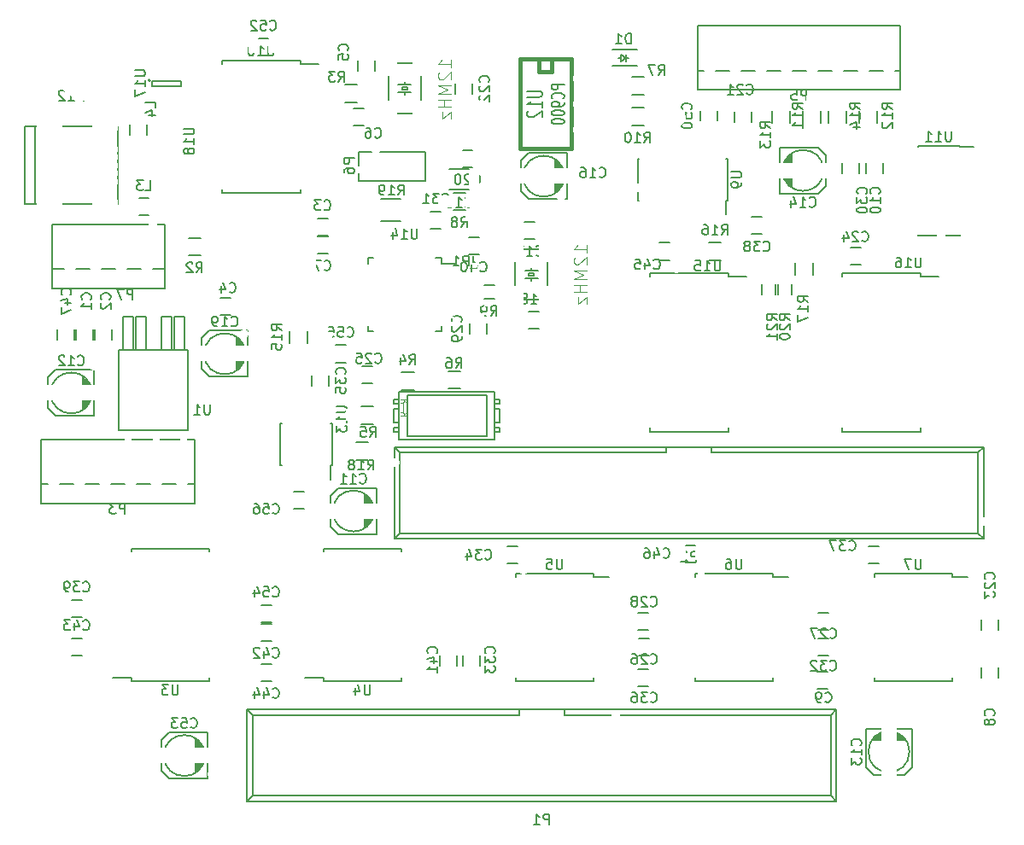
<source format=gbo>
G04 #@! TF.FileFunction,Legend,Bot*
%FSLAX46Y46*%
G04 Gerber Fmt 4.6, Leading zero omitted, Abs format (unit mm)*
G04 Created by KiCad (PCBNEW 4.0.2-4+6225~38~ubuntu15.04.1-stable) date So 06 Mär 2016 00:32:31 CET*
%MOMM*%
G01*
G04 APERTURE LIST*
%ADD10C,0.150000*%
%ADD11C,0.127000*%
%ADD12C,0.381000*%
%ADD13C,0.203200*%
%ADD14C,0.101600*%
%ADD15C,0.088900*%
%ADD16C,0.152400*%
%ADD17R,2.301240X0.500380*%
%ADD18R,2.499360X1.998980*%
%ADD19C,0.899160*%
%ADD20R,1.000000X1.250000*%
%ADD21R,1.000000X1.600000*%
%ADD22R,0.600000X1.550000*%
%ADD23O,1.506220X3.014980*%
%ADD24R,2.000000X0.600000*%
%ADD25R,1.950000X0.600000*%
%ADD26R,2.600960X1.600200*%
%ADD27R,1.600200X2.600960*%
%ADD28R,0.800000X3.000000*%
%ADD29R,6.300000X6.300000*%
%ADD30R,1.100000X1.900000*%
%ADD31R,1.500000X0.600000*%
%ADD32R,0.600000X1.500000*%
%ADD33O,2.286000X1.574800*%
%ADD34R,1.300000X0.250000*%
%ADD35R,0.250000X1.300000*%
%ADD36C,6.000000*%
%ADD37R,1.250000X1.000000*%
%ADD38R,1.727200X1.727200*%
%ADD39O,1.727200X1.727200*%
%ADD40R,1.050000X1.050000*%
%ADD41C,1.050000*%
%ADD42R,0.650000X1.060000*%
%ADD43R,0.800000X1.400000*%
%ADD44R,1.200000X0.900000*%
%ADD45R,1.500000X1.300000*%
%ADD46R,1.300000X1.500000*%
%ADD47R,0.200000X0.200000*%
%ADD48R,0.900000X0.600000*%
%ADD49R,0.900000X1.700000*%
%ADD50R,0.900000X1.200000*%
%ADD51C,1.320800*%
%ADD52C,2.000000*%
%ADD53C,0.889000*%
%ADD54C,0.600000*%
G04 APERTURE END LIST*
D10*
X1861820Y-18963640D02*
X1861820Y-11262360D01*
X861060Y-18963640D02*
X861060Y-11262360D01*
X861060Y-11262360D02*
X10060940Y-11262360D01*
X10060940Y-11262360D02*
X10060940Y-18963640D01*
X10060940Y-18963640D02*
X861060Y-18963640D01*
X85513800Y-54621800D02*
X84513800Y-54621800D01*
X84513800Y-52921800D02*
X85513800Y-52921800D01*
X44891200Y-17535000D02*
X42891200Y-17535000D01*
X42891200Y-15485000D02*
X44891200Y-15485000D01*
X41079800Y-19698600D02*
X42079800Y-19698600D01*
X42079800Y-21398600D02*
X41079800Y-21398600D01*
X31278000Y-44874000D02*
X31133000Y-44874000D01*
X31278000Y-40724000D02*
X31133000Y-40724000D01*
X26128000Y-40724000D02*
X26273000Y-40724000D01*
X26128000Y-44874000D02*
X26273000Y-44874000D01*
X31278000Y-44874000D02*
X31278000Y-40724000D01*
X26128000Y-44874000D02*
X26128000Y-40724000D01*
X31133000Y-44874000D02*
X31133000Y-46274000D01*
X77598000Y-5715000D02*
X67565000Y-5715000D01*
X67565000Y-1270000D02*
X77598000Y-1270000D01*
X77598000Y-1270000D02*
X87631000Y-1270000D01*
X77598000Y-5715000D02*
X87631000Y-5715000D01*
X77598000Y-7620000D02*
X87631000Y-7620000D01*
X67565000Y-7620000D02*
X77598000Y-7620000D01*
X67565000Y-7620000D02*
X67565000Y-1270000D01*
X87631000Y-7620000D02*
X87631000Y-1270000D01*
X9145000Y-20955000D02*
X3557000Y-20955000D01*
X3557000Y-27305000D02*
X9145000Y-27305000D01*
X9145000Y-25400000D02*
X3557000Y-25400000D01*
X9145000Y-20955000D02*
X14733000Y-20955000D01*
X9145000Y-25400000D02*
X14733000Y-25400000D01*
X9145000Y-27305000D02*
X14733000Y-27305000D01*
X3557000Y-27305000D02*
X3557000Y-20955000D01*
X14733000Y-27305000D02*
X14733000Y-20955000D01*
X89601000Y-25780000D02*
X89601000Y-26145000D01*
X81851000Y-25780000D02*
X81851000Y-26145000D01*
X81851000Y-41530000D02*
X81851000Y-41165000D01*
X89601000Y-41530000D02*
X89601000Y-41165000D01*
X89601000Y-25780000D02*
X81851000Y-25780000D01*
X89601000Y-41530000D02*
X81851000Y-41530000D01*
X89601000Y-26145000D02*
X91426000Y-26145000D01*
X30416000Y-66265000D02*
X30416000Y-65930000D01*
X38166000Y-66265000D02*
X38166000Y-65930000D01*
X38166000Y-53115000D02*
X38166000Y-53450000D01*
X30416000Y-53115000D02*
X30416000Y-53450000D01*
X30416000Y-66265000D02*
X38166000Y-66265000D01*
X30416000Y-53115000D02*
X38166000Y-53115000D01*
X30416000Y-65930000D02*
X28616000Y-65930000D01*
X31751000Y-49403000D02*
X32513000Y-49403000D01*
X32132000Y-49022000D02*
X32132000Y-49784000D01*
X31878000Y-51689000D02*
X35688000Y-51689000D01*
X31116000Y-47879000D02*
X31116000Y-50927000D01*
X31878000Y-51689000D02*
X31116000Y-50927000D01*
X31878000Y-47117000D02*
X35688000Y-47117000D01*
X31878000Y-47117000D02*
X31116000Y-47879000D01*
X35434000Y-49530000D02*
X35434000Y-49276000D01*
X35307000Y-48768000D02*
X35307000Y-50038000D01*
X35180000Y-50292000D02*
X35180000Y-48514000D01*
X35053000Y-50546000D02*
X35053000Y-48260000D01*
X34926000Y-48133000D02*
X34926000Y-50673000D01*
X34799000Y-50800000D02*
X34799000Y-48006000D01*
X34672000Y-47879000D02*
X34672000Y-50927000D01*
X34545000Y-47752000D02*
X34545000Y-51054000D01*
X35688000Y-47117000D02*
X35688000Y-51689000D01*
X35434000Y-49403000D02*
G75*
G03X35434000Y-49403000I-2032000J0D01*
G01*
X86487000Y-74930000D02*
X86487000Y-74168000D01*
X86106000Y-74549000D02*
X86868000Y-74549000D01*
X88773000Y-74803000D02*
X88773000Y-70993000D01*
X84963000Y-75565000D02*
X88011000Y-75565000D01*
X88773000Y-74803000D02*
X88011000Y-75565000D01*
X84201000Y-74803000D02*
X84201000Y-70993000D01*
X84201000Y-74803000D02*
X84963000Y-75565000D01*
X86614000Y-71247000D02*
X86360000Y-71247000D01*
X85852000Y-71374000D02*
X87122000Y-71374000D01*
X87376000Y-71501000D02*
X85598000Y-71501000D01*
X87630000Y-71628000D02*
X85344000Y-71628000D01*
X85217000Y-71755000D02*
X87757000Y-71755000D01*
X87884000Y-71882000D02*
X85090000Y-71882000D01*
X84963000Y-72009000D02*
X88011000Y-72009000D01*
X84836000Y-72136000D02*
X88138000Y-72136000D01*
X84201000Y-70993000D02*
X88773000Y-70993000D01*
X88519000Y-73279000D02*
G75*
G03X88519000Y-73279000I-2032000J0D01*
G01*
X79630000Y-15621000D02*
X78868000Y-15621000D01*
X79249000Y-16002000D02*
X79249000Y-15240000D01*
X79503000Y-13335000D02*
X75693000Y-13335000D01*
X80265000Y-17145000D02*
X80265000Y-14097000D01*
X79503000Y-13335000D02*
X80265000Y-14097000D01*
X79503000Y-17907000D02*
X75693000Y-17907000D01*
X79503000Y-17907000D02*
X80265000Y-17145000D01*
X75947000Y-15494000D02*
X75947000Y-15748000D01*
X76074000Y-16256000D02*
X76074000Y-14986000D01*
X76201000Y-14732000D02*
X76201000Y-16510000D01*
X76328000Y-14478000D02*
X76328000Y-16764000D01*
X76455000Y-16891000D02*
X76455000Y-14351000D01*
X76582000Y-14224000D02*
X76582000Y-17018000D01*
X76709000Y-17145000D02*
X76709000Y-14097000D01*
X76836000Y-17272000D02*
X76836000Y-13970000D01*
X75693000Y-17907000D02*
X75693000Y-13335000D01*
X80011000Y-15621000D02*
G75*
G03X80011000Y-15621000I-2032000J0D01*
G01*
X50610500Y-16192500D02*
X51372500Y-16192500D01*
X50991500Y-15811500D02*
X50991500Y-16573500D01*
X50737500Y-18478500D02*
X54547500Y-18478500D01*
X49975500Y-14668500D02*
X49975500Y-17716500D01*
X50737500Y-18478500D02*
X49975500Y-17716500D01*
X50737500Y-13906500D02*
X54547500Y-13906500D01*
X50737500Y-13906500D02*
X49975500Y-14668500D01*
X54293500Y-16319500D02*
X54293500Y-16065500D01*
X54166500Y-15557500D02*
X54166500Y-16827500D01*
X54039500Y-17081500D02*
X54039500Y-15303500D01*
X53912500Y-17335500D02*
X53912500Y-15049500D01*
X53785500Y-14922500D02*
X53785500Y-17462500D01*
X53658500Y-17589500D02*
X53658500Y-14795500D01*
X53531500Y-14668500D02*
X53531500Y-17716500D01*
X53404500Y-14541500D02*
X53404500Y-17843500D01*
X54547500Y-13906500D02*
X54547500Y-18478500D01*
X54293500Y-16192500D02*
G75*
G03X54293500Y-16192500I-2032000J0D01*
G01*
X18999200Y-33807400D02*
X19761200Y-33807400D01*
X19380200Y-33426400D02*
X19380200Y-34188400D01*
X19126200Y-36093400D02*
X22936200Y-36093400D01*
X18364200Y-32283400D02*
X18364200Y-35331400D01*
X19126200Y-36093400D02*
X18364200Y-35331400D01*
X19126200Y-31521400D02*
X22936200Y-31521400D01*
X19126200Y-31521400D02*
X18364200Y-32283400D01*
X22682200Y-33934400D02*
X22682200Y-33680400D01*
X22555200Y-33172400D02*
X22555200Y-34442400D01*
X22428200Y-34696400D02*
X22428200Y-32918400D01*
X22301200Y-34950400D02*
X22301200Y-32664400D01*
X22174200Y-32537400D02*
X22174200Y-35077400D01*
X22047200Y-35204400D02*
X22047200Y-32410400D01*
X21920200Y-32283400D02*
X21920200Y-35331400D01*
X21793200Y-32156400D02*
X21793200Y-35458400D01*
X22936200Y-31521400D02*
X22936200Y-36093400D01*
X22682200Y-33807400D02*
G75*
G03X22682200Y-33807400I-2032000J0D01*
G01*
X10034000Y-42291000D02*
X17654000Y-42291000D01*
X10034000Y-46736000D02*
X17654000Y-46736000D01*
X10034000Y-48641000D02*
X17654000Y-48641000D01*
X2414000Y-48641000D02*
X2414000Y-42291000D01*
X17654000Y-48641000D02*
X17654000Y-42291000D01*
X10034000Y-46736000D02*
X2414000Y-46736000D01*
X2414000Y-48641000D02*
X10034000Y-48641000D01*
X10034000Y-42291000D02*
X2414000Y-42291000D01*
X11811000Y-33401000D02*
X11811000Y-30099000D01*
X11811000Y-30099000D02*
X12827000Y-30099000D01*
X12827000Y-30099000D02*
X12827000Y-33401000D01*
X10541000Y-33401000D02*
X10541000Y-30099000D01*
X10541000Y-30099000D02*
X11557000Y-30099000D01*
X11557000Y-30099000D02*
X11557000Y-33401000D01*
X14351000Y-33401000D02*
X14351000Y-30099000D01*
X14351000Y-30099000D02*
X15367000Y-30099000D01*
X15367000Y-30099000D02*
X15367000Y-33401000D01*
X15367000Y-33401000D02*
X15621000Y-33401000D01*
X15621000Y-33401000D02*
X15621000Y-30099000D01*
X15621000Y-30099000D02*
X16637000Y-30099000D01*
X16637000Y-30099000D02*
X16637000Y-33401000D01*
X17018000Y-39497000D02*
X17018000Y-33401000D01*
X17018000Y-33401000D02*
X10160000Y-33401000D01*
X10160000Y-33401000D02*
X10160000Y-41275000D01*
X10160000Y-41402000D02*
X17018000Y-41402000D01*
X17018000Y-41275000D02*
X17018000Y-39497000D01*
X52655000Y-23408000D02*
X49455000Y-23408000D01*
D11*
X49455000Y-28408000D02*
X52655000Y-28408000D01*
X51690000Y-26289000D02*
X51055000Y-26289000D01*
X51055000Y-26289000D02*
X50420000Y-26289000D01*
X51309000Y-26035000D02*
X50801000Y-26035000D01*
X50801000Y-26035000D02*
X50801000Y-25781000D01*
X50801000Y-25781000D02*
X51309000Y-25781000D01*
X51309000Y-25781000D02*
X51309000Y-26035000D01*
X51690000Y-25527000D02*
X51055000Y-25527000D01*
X51055000Y-25527000D02*
X50420000Y-25527000D01*
X51055000Y-25273000D02*
X51055000Y-25527000D01*
X51055000Y-26543000D02*
X51055000Y-26289000D01*
X52655000Y-28408000D02*
X52655000Y-23408000D01*
X49455000Y-28408000D02*
X49455000Y-23408000D01*
D10*
X11366000Y-66265000D02*
X11366000Y-65930000D01*
X19116000Y-66265000D02*
X19116000Y-65930000D01*
X19116000Y-53115000D02*
X19116000Y-53450000D01*
X11366000Y-53115000D02*
X11366000Y-53450000D01*
X11366000Y-66265000D02*
X19116000Y-66265000D01*
X11366000Y-53115000D02*
X19116000Y-53115000D01*
X11366000Y-65930000D02*
X9566000Y-65930000D01*
X57216000Y-55635000D02*
X57216000Y-55990000D01*
X49466000Y-55635000D02*
X49466000Y-55990000D01*
X49466000Y-66285000D02*
X49466000Y-65930000D01*
X57216000Y-66285000D02*
X57216000Y-65930000D01*
X57216000Y-55635000D02*
X49466000Y-55635000D01*
X57216000Y-66285000D02*
X49466000Y-66285000D01*
X57216000Y-55990000D02*
X58741000Y-55990000D01*
X74996000Y-55635000D02*
X74996000Y-55990000D01*
X67246000Y-55635000D02*
X67246000Y-55990000D01*
X67246000Y-66285000D02*
X67246000Y-65930000D01*
X74996000Y-66285000D02*
X74996000Y-65930000D01*
X74996000Y-55635000D02*
X67246000Y-55635000D01*
X74996000Y-66285000D02*
X67246000Y-66285000D01*
X74996000Y-55990000D02*
X76521000Y-55990000D01*
X92776000Y-55635000D02*
X92776000Y-55990000D01*
X85026000Y-55635000D02*
X85026000Y-55990000D01*
X85026000Y-66285000D02*
X85026000Y-65930000D01*
X92776000Y-66285000D02*
X92776000Y-65930000D01*
X92776000Y-55635000D02*
X85026000Y-55635000D01*
X92776000Y-66285000D02*
X85026000Y-66285000D01*
X92776000Y-55990000D02*
X94301000Y-55990000D01*
X70491000Y-18585000D02*
X70376000Y-18585000D01*
X70491000Y-14435000D02*
X70376000Y-14435000D01*
X61591000Y-14435000D02*
X61706000Y-14435000D01*
X61591000Y-18585000D02*
X61706000Y-18585000D01*
X70491000Y-18585000D02*
X70491000Y-14435000D01*
X61591000Y-18585000D02*
X61591000Y-14435000D01*
X70376000Y-18585000D02*
X70376000Y-19960000D01*
X28133000Y-4728000D02*
X28133000Y-5063000D01*
X20383000Y-4728000D02*
X20383000Y-5063000D01*
X20383000Y-17878000D02*
X20383000Y-17543000D01*
X28133000Y-17878000D02*
X28133000Y-17543000D01*
X28133000Y-4728000D02*
X20383000Y-4728000D01*
X28133000Y-17878000D02*
X20383000Y-17878000D01*
X28133000Y-5063000D02*
X29933000Y-5063000D01*
D12*
X49912000Y-4572000D02*
X49912000Y-13462000D01*
X49912000Y-13462000D02*
X54992000Y-13462000D01*
X54992000Y-13462000D02*
X54992000Y-4572000D01*
X54992000Y-4572000D02*
X49912000Y-4572000D01*
X51817000Y-4572000D02*
X51817000Y-5842000D01*
X51817000Y-5842000D02*
X53087000Y-5842000D01*
X53087000Y-5842000D02*
X53087000Y-4572000D01*
D10*
X70551000Y-25780000D02*
X70551000Y-26145000D01*
X62801000Y-25780000D02*
X62801000Y-26145000D01*
X62801000Y-41530000D02*
X62801000Y-41165000D01*
X70551000Y-41530000D02*
X70551000Y-41165000D01*
X70551000Y-25780000D02*
X62801000Y-25780000D01*
X70551000Y-41530000D02*
X62801000Y-41530000D01*
X70551000Y-26145000D02*
X72376000Y-26145000D01*
X40082000Y-4993000D02*
X36882000Y-4993000D01*
D11*
X36882000Y-9993000D02*
X40082000Y-9993000D01*
X39117000Y-7874000D02*
X38482000Y-7874000D01*
X38482000Y-7874000D02*
X37847000Y-7874000D01*
X38736000Y-7620000D02*
X38228000Y-7620000D01*
X38228000Y-7620000D02*
X38228000Y-7366000D01*
X38228000Y-7366000D02*
X38736000Y-7366000D01*
X38736000Y-7366000D02*
X38736000Y-7620000D01*
X39117000Y-7112000D02*
X38482000Y-7112000D01*
X38482000Y-7112000D02*
X37847000Y-7112000D01*
X38482000Y-6858000D02*
X38482000Y-7112000D01*
X38482000Y-8128000D02*
X38482000Y-7874000D01*
X40082000Y-9993000D02*
X40082000Y-4993000D01*
X36882000Y-9993000D02*
X36882000Y-4993000D01*
D10*
X42107000Y-24315000D02*
X42107000Y-24840000D01*
X34857000Y-24315000D02*
X34857000Y-24840000D01*
X34857000Y-31565000D02*
X34857000Y-31040000D01*
X42107000Y-31565000D02*
X42107000Y-31040000D01*
X42107000Y-24315000D02*
X41582000Y-24315000D01*
X42107000Y-31565000D02*
X41582000Y-31565000D01*
X34857000Y-31565000D02*
X35382000Y-31565000D01*
X34857000Y-24315000D02*
X35382000Y-24315000D01*
X42107000Y-24840000D02*
X43482000Y-24840000D01*
X30854000Y-23837000D02*
X29854000Y-23837000D01*
X29854000Y-22137000D02*
X30854000Y-22137000D01*
X35522000Y-4707000D02*
X35522000Y-5707000D01*
X33822000Y-5707000D02*
X33822000Y-4707000D01*
X33410000Y-9437000D02*
X34410000Y-9437000D01*
X34410000Y-11137000D02*
X33410000Y-11137000D01*
X97370000Y-64905000D02*
X97370000Y-65905000D01*
X95670000Y-65905000D02*
X95670000Y-64905000D01*
X80384000Y-67017000D02*
X79384000Y-67017000D01*
X79384000Y-65317000D02*
X80384000Y-65317000D01*
X85941000Y-14867000D02*
X85941000Y-15867000D01*
X84241000Y-15867000D02*
X84241000Y-14867000D01*
X51389900Y-22389200D02*
X50389900Y-22389200D01*
X50389900Y-20689200D02*
X51389900Y-20689200D01*
X50809000Y-29630000D02*
X51809000Y-29630000D01*
X51809000Y-31330000D02*
X50809000Y-31330000D01*
X72860000Y-9787000D02*
X72860000Y-10787000D01*
X71160000Y-10787000D02*
X71160000Y-9787000D01*
X45174000Y-6993000D02*
X45174000Y-7993000D01*
X43474000Y-7993000D02*
X43474000Y-6993000D01*
X97370000Y-60206000D02*
X97370000Y-61206000D01*
X95670000Y-61206000D02*
X95670000Y-60206000D01*
X83685000Y-24980000D02*
X82685000Y-24980000D01*
X82685000Y-23280000D02*
X83685000Y-23280000D01*
X35273600Y-36714800D02*
X34273600Y-36714800D01*
X34273600Y-35014800D02*
X35273600Y-35014800D01*
X61604000Y-65063000D02*
X62604000Y-65063000D01*
X62604000Y-66763000D02*
X61604000Y-66763000D01*
X80511000Y-61175000D02*
X79511000Y-61175000D01*
X79511000Y-59475000D02*
X80511000Y-59475000D01*
X62604000Y-61175000D02*
X61604000Y-61175000D01*
X61604000Y-59475000D02*
X62604000Y-59475000D01*
X44946200Y-31818200D02*
X44946200Y-30818200D01*
X46646200Y-30818200D02*
X46646200Y-31818200D01*
X80511000Y-63715000D02*
X79511000Y-63715000D01*
X79511000Y-62015000D02*
X80511000Y-62015000D01*
X44236000Y-64762000D02*
X44236000Y-63762000D01*
X45936000Y-63762000D02*
X45936000Y-64762000D01*
X49649000Y-54571000D02*
X48649000Y-54571000D01*
X48649000Y-52871000D02*
X49649000Y-52871000D01*
X30950000Y-35949000D02*
X30950000Y-36949000D01*
X29250000Y-36949000D02*
X29250000Y-35949000D01*
X62731000Y-63715000D02*
X61731000Y-63715000D01*
X61731000Y-62015000D02*
X62731000Y-62015000D01*
X73907000Y-21932000D02*
X72907000Y-21932000D01*
X72907000Y-20232000D02*
X73907000Y-20232000D01*
X5470000Y-58205000D02*
X6470000Y-58205000D01*
X6470000Y-59905000D02*
X5470000Y-59905000D01*
X45840000Y-23964000D02*
X44840000Y-23964000D01*
X44840000Y-22264000D02*
X45840000Y-22264000D01*
X43650000Y-63762000D02*
X43650000Y-64762000D01*
X41950000Y-64762000D02*
X41950000Y-63762000D01*
X24265000Y-60618000D02*
X25265000Y-60618000D01*
X25265000Y-62318000D02*
X24265000Y-62318000D01*
X5470000Y-62015000D02*
X6470000Y-62015000D01*
X6470000Y-63715000D02*
X5470000Y-63715000D01*
X25266000Y-66255000D02*
X24266000Y-66255000D01*
X24266000Y-64555000D02*
X25266000Y-64555000D01*
X64737600Y-24497400D02*
X63737600Y-24497400D01*
X63737600Y-22797400D02*
X64737600Y-22797400D01*
X67327400Y-54520200D02*
X66327400Y-54520200D01*
X66327400Y-52820200D02*
X67327400Y-52820200D01*
X22861000Y-78210000D02*
X81281000Y-78210000D01*
X23401000Y-77660000D02*
X80721000Y-77660000D01*
X22861000Y-69110000D02*
X81281000Y-69110000D01*
X23401000Y-69660000D02*
X49821000Y-69660000D01*
X54321000Y-69660000D02*
X80721000Y-69660000D01*
X49821000Y-69660000D02*
X49821000Y-69110000D01*
X54321000Y-69660000D02*
X54321000Y-69110000D01*
X22861000Y-78210000D02*
X22861000Y-69110000D01*
X23401000Y-77660000D02*
X23401000Y-69660000D01*
X81281000Y-78210000D02*
X81281000Y-69110000D01*
X80721000Y-77660000D02*
X80721000Y-69660000D01*
X22861000Y-78210000D02*
X23401000Y-77660000D01*
X81281000Y-78210000D02*
X80721000Y-77660000D01*
X22861000Y-69110000D02*
X23401000Y-69660000D01*
X81281000Y-69110000D02*
X80721000Y-69660000D01*
X37466000Y-52175000D02*
X95886000Y-52175000D01*
X38006000Y-51625000D02*
X95326000Y-51625000D01*
X37466000Y-43075000D02*
X95886000Y-43075000D01*
X38006000Y-43625000D02*
X64426000Y-43625000D01*
X68926000Y-43625000D02*
X95326000Y-43625000D01*
X64426000Y-43625000D02*
X64426000Y-43075000D01*
X68926000Y-43625000D02*
X68926000Y-43075000D01*
X37466000Y-52175000D02*
X37466000Y-43075000D01*
X38006000Y-51625000D02*
X38006000Y-43625000D01*
X95886000Y-52175000D02*
X95886000Y-43075000D01*
X95326000Y-51625000D02*
X95326000Y-43625000D01*
X37466000Y-52175000D02*
X38006000Y-51625000D01*
X95886000Y-52175000D02*
X95326000Y-51625000D01*
X37466000Y-43075000D02*
X38006000Y-43625000D01*
X95886000Y-43075000D02*
X95326000Y-43625000D01*
X33922800Y-16705000D02*
X33922800Y-15905000D01*
X40572800Y-16705000D02*
X33922800Y-16705000D01*
X40572800Y-16705000D02*
X40572800Y-13755000D01*
X40572800Y-13755000D02*
X36022800Y-13755000D01*
X33922800Y-15105000D02*
X33922800Y-13755000D01*
X33922800Y-13755000D02*
X35222800Y-13755000D01*
X5701400Y-31427800D02*
X5701400Y-32427800D01*
X4001400Y-32427800D02*
X4001400Y-31427800D01*
X3784600Y-37693600D02*
X4546600Y-37693600D01*
X4165600Y-37312600D02*
X4165600Y-38074600D01*
X3911600Y-39979600D02*
X7721600Y-39979600D01*
X3149600Y-36169600D02*
X3149600Y-39217600D01*
X3911600Y-39979600D02*
X3149600Y-39217600D01*
X3911600Y-35407600D02*
X7721600Y-35407600D01*
X3911600Y-35407600D02*
X3149600Y-36169600D01*
X7467600Y-37820600D02*
X7467600Y-37566600D01*
X7340600Y-37058600D02*
X7340600Y-38328600D01*
X7213600Y-38582600D02*
X7213600Y-36804600D01*
X7086600Y-38836600D02*
X7086600Y-36550600D01*
X6959600Y-36423600D02*
X6959600Y-38963600D01*
X6832600Y-39090600D02*
X6832600Y-36296600D01*
X6705600Y-36169600D02*
X6705600Y-39217600D01*
X6578600Y-36042600D02*
X6578600Y-39344600D01*
X7721600Y-35407600D02*
X7721600Y-39979600D01*
X7467600Y-37693600D02*
G75*
G03X7467600Y-37693600I-2032000J0D01*
G01*
X12137500Y-18390500D02*
X13137500Y-18390500D01*
X13137500Y-20090500D02*
X12137500Y-20090500D01*
X12916000Y-11057000D02*
X12916000Y-12057000D01*
X11216000Y-12057000D02*
X11216000Y-11057000D01*
X13260000Y-6685000D02*
G75*
G03X13260000Y-6685000I-100000J0D01*
G01*
X13410000Y-7235000D02*
X13410000Y-6735000D01*
X16310000Y-7235000D02*
X13410000Y-7235000D01*
X16310000Y-6735000D02*
X16310000Y-7235000D01*
X13410000Y-6735000D02*
X16310000Y-6735000D01*
X47364000Y-27011000D02*
X46364000Y-27011000D01*
X46364000Y-28361000D02*
X47364000Y-28361000D01*
X7581000Y-31427800D02*
X7581000Y-32427800D01*
X5881000Y-32427800D02*
X5881000Y-31427800D01*
X9460600Y-31427800D02*
X9460600Y-32427800D01*
X7760600Y-32427800D02*
X7760600Y-31427800D01*
X29854000Y-20359000D02*
X30854000Y-20359000D01*
X30854000Y-22059000D02*
X29854000Y-22059000D01*
X21201000Y-29933000D02*
X20201000Y-29933000D01*
X20201000Y-28233000D02*
X21201000Y-28233000D01*
X18253000Y-22315200D02*
X17053000Y-22315200D01*
X17053000Y-24065200D02*
X18253000Y-24065200D01*
X33748000Y-7126000D02*
X32548000Y-7126000D01*
X32548000Y-8876000D02*
X33748000Y-8876000D01*
X38198500Y-37387500D02*
X39398500Y-37387500D01*
X39398500Y-35637500D02*
X38198500Y-35637500D01*
X34198000Y-40753000D02*
X35398000Y-40753000D01*
X35398000Y-39003000D02*
X34198000Y-39003000D01*
X44034000Y-35510500D02*
X42834000Y-35510500D01*
X42834000Y-37260500D02*
X44034000Y-37260500D01*
X60996000Y-8114000D02*
X62196000Y-8114000D01*
X62196000Y-6364000D02*
X60996000Y-6364000D01*
X44516600Y-17819400D02*
X43316600Y-17819400D01*
X43316600Y-19569400D02*
X44516600Y-19569400D01*
X62196000Y-9412000D02*
X60996000Y-9412000D01*
X60996000Y-11162000D02*
X62196000Y-11162000D01*
X79743000Y-10887000D02*
X79743000Y-9687000D01*
X77993000Y-9687000D02*
X77993000Y-10887000D01*
X85331000Y-10887000D02*
X85331000Y-9687000D01*
X83581000Y-9687000D02*
X83581000Y-10887000D01*
X76695000Y-10887000D02*
X76695000Y-9687000D01*
X74945000Y-9687000D02*
X74945000Y-10887000D01*
X82283000Y-10887000D02*
X82283000Y-9687000D01*
X80533000Y-9687000D02*
X80533000Y-10887000D01*
X28816000Y-32731000D02*
X28816000Y-31531000D01*
X27066000Y-31531000D02*
X27066000Y-32731000D01*
X68666800Y-24522400D02*
X69866800Y-24522400D01*
X69866800Y-22772400D02*
X68666800Y-22772400D01*
X78980000Y-26000000D02*
X78980000Y-24800000D01*
X77230000Y-24800000D02*
X77230000Y-26000000D01*
X34891000Y-42559000D02*
X33691000Y-42559000D01*
X33691000Y-44309000D02*
X34891000Y-44309000D01*
X59949000Y-4445000D02*
X59699000Y-4445000D01*
X60449000Y-4445000D02*
X60699000Y-4445000D01*
X60449000Y-4445000D02*
X59949000Y-4095000D01*
X59949000Y-4095000D02*
X59949000Y-4795000D01*
X59949000Y-4795000D02*
X60449000Y-4445000D01*
X60449000Y-4095000D02*
X60449000Y-4795000D01*
X61499000Y-5245000D02*
X59099000Y-5245000D01*
X61499000Y-3645000D02*
X59099000Y-3645000D01*
X93516000Y-13203000D02*
X93516000Y-13318000D01*
X89366000Y-13203000D02*
X89366000Y-13318000D01*
X89366000Y-22103000D02*
X89366000Y-21988000D01*
X93516000Y-22103000D02*
X93516000Y-21988000D01*
X93516000Y-13203000D02*
X89366000Y-13203000D01*
X93516000Y-22103000D02*
X89366000Y-22103000D01*
X93516000Y-13318000D02*
X94891000Y-13318000D01*
X45229400Y-15302600D02*
X44229400Y-15302600D01*
X44229400Y-13602600D02*
X45229400Y-13602600D01*
X81828000Y-15867000D02*
X81828000Y-14867000D01*
X83528000Y-14867000D02*
X83528000Y-15867000D01*
X67756400Y-10685400D02*
X67756400Y-9685400D01*
X69456400Y-9685400D02*
X69456400Y-10685400D01*
X38110400Y-18457600D02*
X36110400Y-18457600D01*
X36110400Y-20607600D02*
X38110400Y-20607600D01*
X23985600Y-2528200D02*
X24985600Y-2528200D01*
X24985600Y-4228200D02*
X23985600Y-4228200D01*
X24265000Y-58713000D02*
X25265000Y-58713000D01*
X25265000Y-60413000D02*
X24265000Y-60413000D01*
X76875000Y-27932000D02*
X76875000Y-26932000D01*
X75525000Y-26932000D02*
X75525000Y-27932000D01*
X73874000Y-26932000D02*
X73874000Y-27932000D01*
X75224000Y-27932000D02*
X75224000Y-26932000D01*
X31656400Y-32957400D02*
X32656400Y-32957400D01*
X32656400Y-34657400D02*
X31656400Y-34657400D01*
X28490800Y-49211600D02*
X27490800Y-49211600D01*
X27490800Y-47511600D02*
X28490800Y-47511600D01*
X14986000Y-73660000D02*
X15748000Y-73660000D01*
X15367000Y-73279000D02*
X15367000Y-74041000D01*
X15113000Y-75946000D02*
X18923000Y-75946000D01*
X14351000Y-72136000D02*
X14351000Y-75184000D01*
X15113000Y-75946000D02*
X14351000Y-75184000D01*
X15113000Y-71374000D02*
X18923000Y-71374000D01*
X15113000Y-71374000D02*
X14351000Y-72136000D01*
X18669000Y-73787000D02*
X18669000Y-73533000D01*
X18542000Y-73025000D02*
X18542000Y-74295000D01*
X18415000Y-74549000D02*
X18415000Y-72771000D01*
X18288000Y-74803000D02*
X18288000Y-72517000D01*
X18161000Y-72390000D02*
X18161000Y-74930000D01*
X18034000Y-75057000D02*
X18034000Y-72263000D01*
X17907000Y-72136000D02*
X17907000Y-75184000D01*
X17780000Y-72009000D02*
X17780000Y-75311000D01*
X18923000Y-71374000D02*
X18923000Y-75946000D01*
X18669000Y-73660000D02*
G75*
G03X18669000Y-73660000I-2032000J0D01*
G01*
D13*
X47500540Y-39243000D02*
X47901860Y-39243000D01*
X47901860Y-39243000D02*
X47901860Y-40640000D01*
X47901860Y-40640000D02*
X47500540Y-40640000D01*
X47500540Y-41140380D02*
X47901860Y-41140380D01*
X47901860Y-41140380D02*
X47901860Y-41539160D01*
X47901860Y-41539160D02*
X47500540Y-41539160D01*
X47500540Y-38343840D02*
X47901860Y-38343840D01*
X47901860Y-38343840D02*
X47901860Y-38742620D01*
X47901860Y-38742620D02*
X47500540Y-38742620D01*
X47401480Y-37543740D02*
X47401480Y-42339260D01*
X46601380Y-37942520D02*
X46601380Y-41940480D01*
D14*
X38044120Y-38343840D02*
X38343840Y-38343840D01*
X38343840Y-38343840D02*
X38643560Y-38343840D01*
X38044120Y-39941500D02*
X38343840Y-39941500D01*
X38343840Y-39941500D02*
X38643560Y-39941500D01*
X38343840Y-39941500D02*
X38643560Y-39641780D01*
X38343840Y-38343840D02*
X38643560Y-38643560D01*
X38442900Y-38541960D02*
X38343840Y-38643560D01*
X38044120Y-38643560D02*
X38343840Y-38643560D01*
X38343840Y-38643560D02*
X38343840Y-39641780D01*
X38343840Y-39641780D02*
X38044120Y-39641780D01*
X38442900Y-39743380D02*
X38343840Y-39641780D01*
D13*
X37843460Y-40640000D02*
X37442140Y-40640000D01*
X37442140Y-40640000D02*
X37442140Y-39243000D01*
X37442140Y-39243000D02*
X37843460Y-39243000D01*
X37843460Y-38742620D02*
X37442140Y-38742620D01*
X37442140Y-38742620D02*
X37442140Y-38343840D01*
X37442140Y-38343840D02*
X37843460Y-38343840D01*
X37843460Y-41539160D02*
X37442140Y-41539160D01*
X37442140Y-41539160D02*
X37442140Y-41140380D01*
X37442140Y-41140380D02*
X37843460Y-41140380D01*
X37942520Y-42339260D02*
X37942520Y-37543740D01*
X38742620Y-37942520D02*
X46601380Y-37942520D01*
X37942520Y-37543740D02*
X47401480Y-37543740D01*
X37942520Y-42339260D02*
X47401480Y-42339260D01*
X38742620Y-41940480D02*
X38742620Y-37942520D01*
X38742620Y-41940480D02*
X46601380Y-41940480D01*
D10*
X6675286Y-8664201D02*
X6675286Y-7664201D01*
X6294333Y-7664201D01*
X6199095Y-7711820D01*
X6151476Y-7759439D01*
X6103857Y-7854677D01*
X6103857Y-7997534D01*
X6151476Y-8092772D01*
X6199095Y-8140391D01*
X6294333Y-8188010D01*
X6675286Y-8188010D01*
X5151476Y-8664201D02*
X5722905Y-8664201D01*
X5437191Y-8664201D02*
X5437191Y-7664201D01*
X5532429Y-7807058D01*
X5627667Y-7902296D01*
X5722905Y-7949915D01*
X4770524Y-7759439D02*
X4722905Y-7711820D01*
X4627667Y-7664201D01*
X4389571Y-7664201D01*
X4294333Y-7711820D01*
X4246714Y-7759439D01*
X4199095Y-7854677D01*
X4199095Y-7949915D01*
X4246714Y-8092772D01*
X4818143Y-8664201D01*
X4199095Y-8664201D01*
X82557857Y-53214543D02*
X82605476Y-53262162D01*
X82748333Y-53309781D01*
X82843571Y-53309781D01*
X82986429Y-53262162D01*
X83081667Y-53166924D01*
X83129286Y-53071686D01*
X83176905Y-52881210D01*
X83176905Y-52738352D01*
X83129286Y-52547876D01*
X83081667Y-52452638D01*
X82986429Y-52357400D01*
X82843571Y-52309781D01*
X82748333Y-52309781D01*
X82605476Y-52357400D01*
X82557857Y-52405019D01*
X82224524Y-52309781D02*
X81605476Y-52309781D01*
X81938810Y-52690733D01*
X81795952Y-52690733D01*
X81700714Y-52738352D01*
X81653095Y-52785971D01*
X81605476Y-52881210D01*
X81605476Y-53119305D01*
X81653095Y-53214543D01*
X81700714Y-53262162D01*
X81795952Y-53309781D01*
X82081667Y-53309781D01*
X82176905Y-53262162D01*
X82224524Y-53214543D01*
X81272143Y-52309781D02*
X80605476Y-52309781D01*
X81034048Y-53309781D01*
X44534057Y-19167143D02*
X44581676Y-19214762D01*
X44724533Y-19262381D01*
X44819771Y-19262381D01*
X44962629Y-19214762D01*
X45057867Y-19119524D01*
X45105486Y-19024286D01*
X45153105Y-18833810D01*
X45153105Y-18690952D01*
X45105486Y-18500476D01*
X45057867Y-18405238D01*
X44962629Y-18310000D01*
X44819771Y-18262381D01*
X44724533Y-18262381D01*
X44581676Y-18310000D01*
X44534057Y-18357619D01*
X43581676Y-19262381D02*
X44153105Y-19262381D01*
X43867391Y-19262381D02*
X43867391Y-18262381D01*
X43962629Y-18405238D01*
X44057867Y-18500476D01*
X44153105Y-18548095D01*
X42676914Y-18262381D02*
X43153105Y-18262381D01*
X43200724Y-18738571D01*
X43153105Y-18690952D01*
X43057867Y-18643333D01*
X42819771Y-18643333D01*
X42724533Y-18690952D01*
X42676914Y-18738571D01*
X42629295Y-18833810D01*
X42629295Y-19071905D01*
X42676914Y-19167143D01*
X42724533Y-19214762D01*
X42819771Y-19262381D01*
X43057867Y-19262381D01*
X43153105Y-19214762D01*
X43200724Y-19167143D01*
X42222657Y-18805743D02*
X42270276Y-18853362D01*
X42413133Y-18900981D01*
X42508371Y-18900981D01*
X42651229Y-18853362D01*
X42746467Y-18758124D01*
X42794086Y-18662886D01*
X42841705Y-18472410D01*
X42841705Y-18329552D01*
X42794086Y-18139076D01*
X42746467Y-18043838D01*
X42651229Y-17948600D01*
X42508371Y-17900981D01*
X42413133Y-17900981D01*
X42270276Y-17948600D01*
X42222657Y-17996219D01*
X41889324Y-17900981D02*
X41270276Y-17900981D01*
X41603610Y-18281933D01*
X41460752Y-18281933D01*
X41365514Y-18329552D01*
X41317895Y-18377171D01*
X41270276Y-18472410D01*
X41270276Y-18710505D01*
X41317895Y-18805743D01*
X41365514Y-18853362D01*
X41460752Y-18900981D01*
X41746467Y-18900981D01*
X41841705Y-18853362D01*
X41889324Y-18805743D01*
X40317895Y-18900981D02*
X40889324Y-18900981D01*
X40603610Y-18900981D02*
X40603610Y-17900981D01*
X40698848Y-18043838D01*
X40794086Y-18139076D01*
X40889324Y-18186695D01*
X31710381Y-39020905D02*
X32519905Y-39020905D01*
X32615143Y-39068524D01*
X32662762Y-39116143D01*
X32710381Y-39211381D01*
X32710381Y-39401858D01*
X32662762Y-39497096D01*
X32615143Y-39544715D01*
X32519905Y-39592334D01*
X31710381Y-39592334D01*
X32710381Y-40592334D02*
X32710381Y-40020905D01*
X32710381Y-40306619D02*
X31710381Y-40306619D01*
X31853238Y-40211381D01*
X31948476Y-40116143D01*
X31996095Y-40020905D01*
X31710381Y-40925667D02*
X31710381Y-41544715D01*
X32091333Y-41211381D01*
X32091333Y-41354239D01*
X32138952Y-41449477D01*
X32186571Y-41497096D01*
X32281810Y-41544715D01*
X32519905Y-41544715D01*
X32615143Y-41497096D01*
X32662762Y-41449477D01*
X32710381Y-41354239D01*
X32710381Y-41068524D01*
X32662762Y-40973286D01*
X32615143Y-40925667D01*
X78336095Y-8647381D02*
X78336095Y-7647381D01*
X77955142Y-7647381D01*
X77859904Y-7695000D01*
X77812285Y-7742619D01*
X77764666Y-7837857D01*
X77764666Y-7980714D01*
X77812285Y-8075952D01*
X77859904Y-8123571D01*
X77955142Y-8171190D01*
X78336095Y-8171190D01*
X76859904Y-7647381D02*
X77336095Y-7647381D01*
X77383714Y-8123571D01*
X77336095Y-8075952D01*
X77240857Y-8028333D01*
X77002761Y-8028333D01*
X76907523Y-8075952D01*
X76859904Y-8123571D01*
X76812285Y-8218810D01*
X76812285Y-8456905D01*
X76859904Y-8552143D01*
X76907523Y-8599762D01*
X77002761Y-8647381D01*
X77240857Y-8647381D01*
X77336095Y-8599762D01*
X77383714Y-8552143D01*
X11533095Y-28392381D02*
X11533095Y-27392381D01*
X11152142Y-27392381D01*
X11056904Y-27440000D01*
X11009285Y-27487619D01*
X10961666Y-27582857D01*
X10961666Y-27725714D01*
X11009285Y-27820952D01*
X11056904Y-27868571D01*
X11152142Y-27916190D01*
X11533095Y-27916190D01*
X10628333Y-27392381D02*
X9961666Y-27392381D01*
X10390238Y-28392381D01*
X89680895Y-24242781D02*
X89680895Y-25052305D01*
X89633276Y-25147543D01*
X89585657Y-25195162D01*
X89490419Y-25242781D01*
X89299942Y-25242781D01*
X89204704Y-25195162D01*
X89157085Y-25147543D01*
X89109466Y-25052305D01*
X89109466Y-24242781D01*
X88109466Y-25242781D02*
X88680895Y-25242781D01*
X88395181Y-25242781D02*
X88395181Y-24242781D01*
X88490419Y-24385638D01*
X88585657Y-24480876D01*
X88680895Y-24528495D01*
X87252323Y-24242781D02*
X87442800Y-24242781D01*
X87538038Y-24290400D01*
X87585657Y-24338019D01*
X87680895Y-24480876D01*
X87728514Y-24671352D01*
X87728514Y-25052305D01*
X87680895Y-25147543D01*
X87633276Y-25195162D01*
X87538038Y-25242781D01*
X87347561Y-25242781D01*
X87252323Y-25195162D01*
X87204704Y-25147543D01*
X87157085Y-25052305D01*
X87157085Y-24814210D01*
X87204704Y-24718971D01*
X87252323Y-24671352D01*
X87347561Y-24623733D01*
X87538038Y-24623733D01*
X87633276Y-24671352D01*
X87680895Y-24718971D01*
X87728514Y-24814210D01*
X35052905Y-66642381D02*
X35052905Y-67451905D01*
X35005286Y-67547143D01*
X34957667Y-67594762D01*
X34862429Y-67642381D01*
X34671952Y-67642381D01*
X34576714Y-67594762D01*
X34529095Y-67547143D01*
X34481476Y-67451905D01*
X34481476Y-66642381D01*
X33576714Y-66975714D02*
X33576714Y-67642381D01*
X33814810Y-66594762D02*
X34052905Y-67309048D01*
X33433857Y-67309048D01*
X34044857Y-46585143D02*
X34092476Y-46632762D01*
X34235333Y-46680381D01*
X34330571Y-46680381D01*
X34473429Y-46632762D01*
X34568667Y-46537524D01*
X34616286Y-46442286D01*
X34663905Y-46251810D01*
X34663905Y-46108952D01*
X34616286Y-45918476D01*
X34568667Y-45823238D01*
X34473429Y-45728000D01*
X34330571Y-45680381D01*
X34235333Y-45680381D01*
X34092476Y-45728000D01*
X34044857Y-45775619D01*
X33092476Y-46680381D02*
X33663905Y-46680381D01*
X33378191Y-46680381D02*
X33378191Y-45680381D01*
X33473429Y-45823238D01*
X33568667Y-45918476D01*
X33663905Y-45966095D01*
X32140095Y-46680381D02*
X32711524Y-46680381D01*
X32425810Y-46680381D02*
X32425810Y-45680381D01*
X32521048Y-45823238D01*
X32616286Y-45918476D01*
X32711524Y-45966095D01*
X83669143Y-72636143D02*
X83716762Y-72588524D01*
X83764381Y-72445667D01*
X83764381Y-72350429D01*
X83716762Y-72207571D01*
X83621524Y-72112333D01*
X83526286Y-72064714D01*
X83335810Y-72017095D01*
X83192952Y-72017095D01*
X83002476Y-72064714D01*
X82907238Y-72112333D01*
X82812000Y-72207571D01*
X82764381Y-72350429D01*
X82764381Y-72445667D01*
X82812000Y-72588524D01*
X82859619Y-72636143D01*
X83764381Y-73588524D02*
X83764381Y-73017095D01*
X83764381Y-73302809D02*
X82764381Y-73302809D01*
X82907238Y-73207571D01*
X83002476Y-73112333D01*
X83050095Y-73017095D01*
X82764381Y-73921857D02*
X82764381Y-74540905D01*
X83145333Y-74207571D01*
X83145333Y-74350429D01*
X83192952Y-74445667D01*
X83240571Y-74493286D01*
X83335810Y-74540905D01*
X83573905Y-74540905D01*
X83669143Y-74493286D01*
X83716762Y-74445667D01*
X83764381Y-74350429D01*
X83764381Y-74064714D01*
X83716762Y-73969476D01*
X83669143Y-73921857D01*
X78621857Y-19153143D02*
X78669476Y-19200762D01*
X78812333Y-19248381D01*
X78907571Y-19248381D01*
X79050429Y-19200762D01*
X79145667Y-19105524D01*
X79193286Y-19010286D01*
X79240905Y-18819810D01*
X79240905Y-18676952D01*
X79193286Y-18486476D01*
X79145667Y-18391238D01*
X79050429Y-18296000D01*
X78907571Y-18248381D01*
X78812333Y-18248381D01*
X78669476Y-18296000D01*
X78621857Y-18343619D01*
X77669476Y-19248381D02*
X78240905Y-19248381D01*
X77955191Y-19248381D02*
X77955191Y-18248381D01*
X78050429Y-18391238D01*
X78145667Y-18486476D01*
X78240905Y-18534095D01*
X76812333Y-18581714D02*
X76812333Y-19248381D01*
X77050429Y-18200762D02*
X77288524Y-18915048D01*
X76669476Y-18915048D01*
X57792857Y-16232143D02*
X57840476Y-16279762D01*
X57983333Y-16327381D01*
X58078571Y-16327381D01*
X58221429Y-16279762D01*
X58316667Y-16184524D01*
X58364286Y-16089286D01*
X58411905Y-15898810D01*
X58411905Y-15755952D01*
X58364286Y-15565476D01*
X58316667Y-15470238D01*
X58221429Y-15375000D01*
X58078571Y-15327381D01*
X57983333Y-15327381D01*
X57840476Y-15375000D01*
X57792857Y-15422619D01*
X56840476Y-16327381D02*
X57411905Y-16327381D01*
X57126191Y-16327381D02*
X57126191Y-15327381D01*
X57221429Y-15470238D01*
X57316667Y-15565476D01*
X57411905Y-15613095D01*
X55983333Y-15327381D02*
X56173810Y-15327381D01*
X56269048Y-15375000D01*
X56316667Y-15422619D01*
X56411905Y-15565476D01*
X56459524Y-15755952D01*
X56459524Y-16136905D01*
X56411905Y-16232143D01*
X56364286Y-16279762D01*
X56269048Y-16327381D01*
X56078571Y-16327381D01*
X55983333Y-16279762D01*
X55935714Y-16232143D01*
X55888095Y-16136905D01*
X55888095Y-15898810D01*
X55935714Y-15803571D01*
X55983333Y-15755952D01*
X56078571Y-15708333D01*
X56269048Y-15708333D01*
X56364286Y-15755952D01*
X56411905Y-15803571D01*
X56459524Y-15898810D01*
X21293057Y-30989543D02*
X21340676Y-31037162D01*
X21483533Y-31084781D01*
X21578771Y-31084781D01*
X21721629Y-31037162D01*
X21816867Y-30941924D01*
X21864486Y-30846686D01*
X21912105Y-30656210D01*
X21912105Y-30513352D01*
X21864486Y-30322876D01*
X21816867Y-30227638D01*
X21721629Y-30132400D01*
X21578771Y-30084781D01*
X21483533Y-30084781D01*
X21340676Y-30132400D01*
X21293057Y-30180019D01*
X20340676Y-31084781D02*
X20912105Y-31084781D01*
X20626391Y-31084781D02*
X20626391Y-30084781D01*
X20721629Y-30227638D01*
X20816867Y-30322876D01*
X20912105Y-30370495D01*
X19864486Y-31084781D02*
X19674010Y-31084781D01*
X19578771Y-31037162D01*
X19531152Y-30989543D01*
X19435914Y-30846686D01*
X19388295Y-30656210D01*
X19388295Y-30275257D01*
X19435914Y-30180019D01*
X19483533Y-30132400D01*
X19578771Y-30084781D01*
X19769248Y-30084781D01*
X19864486Y-30132400D01*
X19912105Y-30180019D01*
X19959724Y-30275257D01*
X19959724Y-30513352D01*
X19912105Y-30608590D01*
X19864486Y-30656210D01*
X19769248Y-30703829D01*
X19578771Y-30703829D01*
X19483533Y-30656210D01*
X19435914Y-30608590D01*
X19388295Y-30513352D01*
X10772095Y-49668381D02*
X10772095Y-48668381D01*
X10391142Y-48668381D01*
X10295904Y-48716000D01*
X10248285Y-48763619D01*
X10200666Y-48858857D01*
X10200666Y-49001714D01*
X10248285Y-49096952D01*
X10295904Y-49144571D01*
X10391142Y-49192190D01*
X10772095Y-49192190D01*
X9867333Y-48668381D02*
X9248285Y-48668381D01*
X9581619Y-49049333D01*
X9438761Y-49049333D01*
X9343523Y-49096952D01*
X9295904Y-49144571D01*
X9248285Y-49239810D01*
X9248285Y-49477905D01*
X9295904Y-49573143D01*
X9343523Y-49620762D01*
X9438761Y-49668381D01*
X9724476Y-49668381D01*
X9819714Y-49620762D01*
X9867333Y-49573143D01*
X19176905Y-38822381D02*
X19176905Y-39631905D01*
X19129286Y-39727143D01*
X19081667Y-39774762D01*
X18986429Y-39822381D01*
X18795952Y-39822381D01*
X18700714Y-39774762D01*
X18653095Y-39727143D01*
X18605476Y-39631905D01*
X18605476Y-38822381D01*
X17605476Y-39822381D02*
X18176905Y-39822381D01*
X17891191Y-39822381D02*
X17891191Y-38822381D01*
X17986429Y-38965238D01*
X18081667Y-39060476D01*
X18176905Y-39108095D01*
D15*
X56518024Y-23761095D02*
X56518024Y-23035381D01*
X56518024Y-23398238D02*
X55248024Y-23398238D01*
X55429452Y-23277286D01*
X55550405Y-23156333D01*
X55610881Y-23035381D01*
X55368976Y-24244905D02*
X55308500Y-24305381D01*
X55248024Y-24426333D01*
X55248024Y-24728714D01*
X55308500Y-24849667D01*
X55368976Y-24910143D01*
X55489929Y-24970619D01*
X55610881Y-24970619D01*
X55792310Y-24910143D01*
X56518024Y-24184429D01*
X56518024Y-24970619D01*
X56518024Y-25514905D02*
X55248024Y-25514905D01*
X56155167Y-25938238D01*
X55248024Y-26361572D01*
X56518024Y-26361572D01*
X56518024Y-26966334D02*
X55248024Y-26966334D01*
X55852786Y-26966334D02*
X55852786Y-27692048D01*
X56518024Y-27692048D02*
X55248024Y-27692048D01*
X55671357Y-28175858D02*
X55671357Y-28841096D01*
X56518024Y-28175858D01*
X56518024Y-28841096D01*
D10*
X16002905Y-66642381D02*
X16002905Y-67451905D01*
X15955286Y-67547143D01*
X15907667Y-67594762D01*
X15812429Y-67642381D01*
X15621952Y-67642381D01*
X15526714Y-67594762D01*
X15479095Y-67547143D01*
X15431476Y-67451905D01*
X15431476Y-66642381D01*
X15050524Y-66642381D02*
X14431476Y-66642381D01*
X14764810Y-67023333D01*
X14621952Y-67023333D01*
X14526714Y-67070952D01*
X14479095Y-67118571D01*
X14431476Y-67213810D01*
X14431476Y-67451905D01*
X14479095Y-67547143D01*
X14526714Y-67594762D01*
X14621952Y-67642381D01*
X14907667Y-67642381D01*
X15002905Y-67594762D01*
X15050524Y-67547143D01*
X54102905Y-54162381D02*
X54102905Y-54971905D01*
X54055286Y-55067143D01*
X54007667Y-55114762D01*
X53912429Y-55162381D01*
X53721952Y-55162381D01*
X53626714Y-55114762D01*
X53579095Y-55067143D01*
X53531476Y-54971905D01*
X53531476Y-54162381D01*
X52579095Y-54162381D02*
X53055286Y-54162381D01*
X53102905Y-54638571D01*
X53055286Y-54590952D01*
X52960048Y-54543333D01*
X52721952Y-54543333D01*
X52626714Y-54590952D01*
X52579095Y-54638571D01*
X52531476Y-54733810D01*
X52531476Y-54971905D01*
X52579095Y-55067143D01*
X52626714Y-55114762D01*
X52721952Y-55162381D01*
X52960048Y-55162381D01*
X53055286Y-55114762D01*
X53102905Y-55067143D01*
X71882905Y-54162381D02*
X71882905Y-54971905D01*
X71835286Y-55067143D01*
X71787667Y-55114762D01*
X71692429Y-55162381D01*
X71501952Y-55162381D01*
X71406714Y-55114762D01*
X71359095Y-55067143D01*
X71311476Y-54971905D01*
X71311476Y-54162381D01*
X70406714Y-54162381D02*
X70597191Y-54162381D01*
X70692429Y-54210000D01*
X70740048Y-54257619D01*
X70835286Y-54400476D01*
X70882905Y-54590952D01*
X70882905Y-54971905D01*
X70835286Y-55067143D01*
X70787667Y-55114762D01*
X70692429Y-55162381D01*
X70501952Y-55162381D01*
X70406714Y-55114762D01*
X70359095Y-55067143D01*
X70311476Y-54971905D01*
X70311476Y-54733810D01*
X70359095Y-54638571D01*
X70406714Y-54590952D01*
X70501952Y-54543333D01*
X70692429Y-54543333D01*
X70787667Y-54590952D01*
X70835286Y-54638571D01*
X70882905Y-54733810D01*
X89662905Y-54162381D02*
X89662905Y-54971905D01*
X89615286Y-55067143D01*
X89567667Y-55114762D01*
X89472429Y-55162381D01*
X89281952Y-55162381D01*
X89186714Y-55114762D01*
X89139095Y-55067143D01*
X89091476Y-54971905D01*
X89091476Y-54162381D01*
X88710524Y-54162381D02*
X88043857Y-54162381D01*
X88472429Y-55162381D01*
X70868381Y-15748095D02*
X71677905Y-15748095D01*
X71773143Y-15795714D01*
X71820762Y-15843333D01*
X71868381Y-15938571D01*
X71868381Y-16129048D01*
X71820762Y-16224286D01*
X71773143Y-16271905D01*
X71677905Y-16319524D01*
X70868381Y-16319524D01*
X71868381Y-16843333D02*
X71868381Y-17033809D01*
X71820762Y-17129048D01*
X71773143Y-17176667D01*
X71630286Y-17271905D01*
X71439810Y-17319524D01*
X71058857Y-17319524D01*
X70963619Y-17271905D01*
X70916000Y-17224286D01*
X70868381Y-17129048D01*
X70868381Y-16938571D01*
X70916000Y-16843333D01*
X70963619Y-16795714D01*
X71058857Y-16748095D01*
X71296952Y-16748095D01*
X71392190Y-16795714D01*
X71439810Y-16843333D01*
X71487429Y-16938571D01*
X71487429Y-17129048D01*
X71439810Y-17224286D01*
X71392190Y-17271905D01*
X71296952Y-17319524D01*
X25496095Y-3255381D02*
X25496095Y-4064905D01*
X25448476Y-4160143D01*
X25400857Y-4207762D01*
X25305619Y-4255381D01*
X25115142Y-4255381D01*
X25019904Y-4207762D01*
X24972285Y-4160143D01*
X24924666Y-4064905D01*
X24924666Y-3255381D01*
X23924666Y-4255381D02*
X24496095Y-4255381D01*
X24210381Y-4255381D02*
X24210381Y-3255381D01*
X24305619Y-3398238D01*
X24400857Y-3493476D01*
X24496095Y-3541095D01*
X23305619Y-3255381D02*
X23210380Y-3255381D01*
X23115142Y-3303000D01*
X23067523Y-3350619D01*
X23019904Y-3445857D01*
X22972285Y-3636333D01*
X22972285Y-3874429D01*
X23019904Y-4064905D01*
X23067523Y-4160143D01*
X23115142Y-4207762D01*
X23210380Y-4255381D01*
X23305619Y-4255381D01*
X23400857Y-4207762D01*
X23448476Y-4160143D01*
X23496095Y-4064905D01*
X23543714Y-3874429D01*
X23543714Y-3636333D01*
X23496095Y-3445857D01*
X23448476Y-3350619D01*
X23400857Y-3303000D01*
X23305619Y-3255381D01*
D16*
X50601429Y-7759096D02*
X51835143Y-7759096D01*
X51980286Y-7807477D01*
X52052857Y-7855858D01*
X52125429Y-7952620D01*
X52125429Y-8146143D01*
X52052857Y-8242905D01*
X51980286Y-8291286D01*
X51835143Y-8339667D01*
X50601429Y-8339667D01*
X52125429Y-9355667D02*
X52125429Y-8775096D01*
X52125429Y-9065382D02*
X50601429Y-9065382D01*
X50819143Y-8968620D01*
X50964286Y-8871858D01*
X51036857Y-8775096D01*
X50746571Y-9742715D02*
X50674000Y-9791096D01*
X50601429Y-9887858D01*
X50601429Y-10129762D01*
X50674000Y-10226524D01*
X50746571Y-10274905D01*
X50891714Y-10323286D01*
X51036857Y-10323286D01*
X51254571Y-10274905D01*
X52125429Y-9694334D01*
X52125429Y-10323286D01*
X54296524Y-7069667D02*
X53026524Y-7069667D01*
X53026524Y-7408333D01*
X53087000Y-7493000D01*
X53147476Y-7535333D01*
X53268429Y-7577667D01*
X53449857Y-7577667D01*
X53570810Y-7535333D01*
X53631286Y-7493000D01*
X53691762Y-7408333D01*
X53691762Y-7069667D01*
X54175571Y-8466667D02*
X54236048Y-8424333D01*
X54296524Y-8297333D01*
X54296524Y-8212667D01*
X54236048Y-8085667D01*
X54115095Y-8001000D01*
X53994143Y-7958667D01*
X53752238Y-7916333D01*
X53570810Y-7916333D01*
X53328905Y-7958667D01*
X53207952Y-8001000D01*
X53087000Y-8085667D01*
X53026524Y-8212667D01*
X53026524Y-8297333D01*
X53087000Y-8424333D01*
X53147476Y-8466667D01*
X54296524Y-8890000D02*
X54296524Y-9059333D01*
X54236048Y-9144000D01*
X54175571Y-9186333D01*
X53994143Y-9271000D01*
X53752238Y-9313333D01*
X53268429Y-9313333D01*
X53147476Y-9271000D01*
X53087000Y-9228667D01*
X53026524Y-9144000D01*
X53026524Y-8974667D01*
X53087000Y-8890000D01*
X53147476Y-8847667D01*
X53268429Y-8805333D01*
X53570810Y-8805333D01*
X53691762Y-8847667D01*
X53752238Y-8890000D01*
X53812714Y-8974667D01*
X53812714Y-9144000D01*
X53752238Y-9228667D01*
X53691762Y-9271000D01*
X53570810Y-9313333D01*
X53026524Y-9863667D02*
X53026524Y-9948334D01*
X53087000Y-10033000D01*
X53147476Y-10075334D01*
X53268429Y-10117667D01*
X53510333Y-10160000D01*
X53812714Y-10160000D01*
X54054619Y-10117667D01*
X54175571Y-10075334D01*
X54236048Y-10033000D01*
X54296524Y-9948334D01*
X54296524Y-9863667D01*
X54236048Y-9779000D01*
X54175571Y-9736667D01*
X54054619Y-9694334D01*
X53812714Y-9652000D01*
X53510333Y-9652000D01*
X53268429Y-9694334D01*
X53147476Y-9736667D01*
X53087000Y-9779000D01*
X53026524Y-9863667D01*
X53026524Y-10710334D02*
X53026524Y-10795001D01*
X53087000Y-10879667D01*
X53147476Y-10922001D01*
X53268429Y-10964334D01*
X53510333Y-11006667D01*
X53812714Y-11006667D01*
X54054619Y-10964334D01*
X54175571Y-10922001D01*
X54236048Y-10879667D01*
X54296524Y-10795001D01*
X54296524Y-10710334D01*
X54236048Y-10625667D01*
X54175571Y-10583334D01*
X54054619Y-10541001D01*
X53812714Y-10498667D01*
X53510333Y-10498667D01*
X53268429Y-10541001D01*
X53147476Y-10583334D01*
X53087000Y-10625667D01*
X53026524Y-10710334D01*
D10*
X69767295Y-24572981D02*
X69767295Y-25382505D01*
X69719676Y-25477743D01*
X69672057Y-25525362D01*
X69576819Y-25572981D01*
X69386342Y-25572981D01*
X69291104Y-25525362D01*
X69243485Y-25477743D01*
X69195866Y-25382505D01*
X69195866Y-24572981D01*
X68195866Y-25572981D02*
X68767295Y-25572981D01*
X68481581Y-25572981D02*
X68481581Y-24572981D01*
X68576819Y-24715838D01*
X68672057Y-24811076D01*
X68767295Y-24858695D01*
X67291104Y-24572981D02*
X67767295Y-24572981D01*
X67814914Y-25049171D01*
X67767295Y-25001552D01*
X67672057Y-24953933D01*
X67433961Y-24953933D01*
X67338723Y-25001552D01*
X67291104Y-25049171D01*
X67243485Y-25144410D01*
X67243485Y-25382505D01*
X67291104Y-25477743D01*
X67338723Y-25525362D01*
X67433961Y-25572981D01*
X67672057Y-25572981D01*
X67767295Y-25525362D01*
X67814914Y-25477743D01*
D15*
X43056024Y-5409595D02*
X43056024Y-4683881D01*
X43056024Y-5046738D02*
X41786024Y-5046738D01*
X41967452Y-4925786D01*
X42088405Y-4804833D01*
X42148881Y-4683881D01*
X41906976Y-5893405D02*
X41846500Y-5953881D01*
X41786024Y-6074833D01*
X41786024Y-6377214D01*
X41846500Y-6498167D01*
X41906976Y-6558643D01*
X42027929Y-6619119D01*
X42148881Y-6619119D01*
X42330310Y-6558643D01*
X43056024Y-5832929D01*
X43056024Y-6619119D01*
X43056024Y-7163405D02*
X41786024Y-7163405D01*
X42693167Y-7586738D01*
X41786024Y-8010072D01*
X43056024Y-8010072D01*
X43056024Y-8614834D02*
X41786024Y-8614834D01*
X42390786Y-8614834D02*
X42390786Y-9340548D01*
X43056024Y-9340548D02*
X41786024Y-9340548D01*
X42209357Y-9824358D02*
X42209357Y-10489596D01*
X43056024Y-9824358D01*
X43056024Y-10489596D01*
D10*
X39720095Y-21392381D02*
X39720095Y-22201905D01*
X39672476Y-22297143D01*
X39624857Y-22344762D01*
X39529619Y-22392381D01*
X39339142Y-22392381D01*
X39243904Y-22344762D01*
X39196285Y-22297143D01*
X39148666Y-22201905D01*
X39148666Y-21392381D01*
X38148666Y-22392381D02*
X38720095Y-22392381D01*
X38434381Y-22392381D02*
X38434381Y-21392381D01*
X38529619Y-21535238D01*
X38624857Y-21630476D01*
X38720095Y-21678095D01*
X37291523Y-21725714D02*
X37291523Y-22392381D01*
X37529619Y-21344762D02*
X37767714Y-22059048D01*
X37148666Y-22059048D01*
X30520666Y-25444143D02*
X30568285Y-25491762D01*
X30711142Y-25539381D01*
X30806380Y-25539381D01*
X30949238Y-25491762D01*
X31044476Y-25396524D01*
X31092095Y-25301286D01*
X31139714Y-25110810D01*
X31139714Y-24967952D01*
X31092095Y-24777476D01*
X31044476Y-24682238D01*
X30949238Y-24587000D01*
X30806380Y-24539381D01*
X30711142Y-24539381D01*
X30568285Y-24587000D01*
X30520666Y-24634619D01*
X30187333Y-24539381D02*
X29520666Y-24539381D01*
X29949238Y-25539381D01*
X32805643Y-3706834D02*
X32853262Y-3659215D01*
X32900881Y-3516358D01*
X32900881Y-3421120D01*
X32853262Y-3278262D01*
X32758024Y-3183024D01*
X32662786Y-3135405D01*
X32472310Y-3087786D01*
X32329452Y-3087786D01*
X32138976Y-3135405D01*
X32043738Y-3183024D01*
X31948500Y-3278262D01*
X31900881Y-3421120D01*
X31900881Y-3516358D01*
X31948500Y-3659215D01*
X31996119Y-3706834D01*
X31900881Y-4611596D02*
X31900881Y-4135405D01*
X32377071Y-4087786D01*
X32329452Y-4135405D01*
X32281833Y-4230643D01*
X32281833Y-4468739D01*
X32329452Y-4563977D01*
X32377071Y-4611596D01*
X32472310Y-4659215D01*
X32710405Y-4659215D01*
X32805643Y-4611596D01*
X32853262Y-4563977D01*
X32900881Y-4468739D01*
X32900881Y-4230643D01*
X32853262Y-4135405D01*
X32805643Y-4087786D01*
X35536166Y-12295143D02*
X35583785Y-12342762D01*
X35726642Y-12390381D01*
X35821880Y-12390381D01*
X35964738Y-12342762D01*
X36059976Y-12247524D01*
X36107595Y-12152286D01*
X36155214Y-11961810D01*
X36155214Y-11818952D01*
X36107595Y-11628476D01*
X36059976Y-11533238D01*
X35964738Y-11438000D01*
X35821880Y-11390381D01*
X35726642Y-11390381D01*
X35583785Y-11438000D01*
X35536166Y-11485619D01*
X34679023Y-11390381D02*
X34869500Y-11390381D01*
X34964738Y-11438000D01*
X35012357Y-11485619D01*
X35107595Y-11628476D01*
X35155214Y-11818952D01*
X35155214Y-12199905D01*
X35107595Y-12295143D01*
X35059976Y-12342762D01*
X34964738Y-12390381D01*
X34774261Y-12390381D01*
X34679023Y-12342762D01*
X34631404Y-12295143D01*
X34583785Y-12199905D01*
X34583785Y-11961810D01*
X34631404Y-11866571D01*
X34679023Y-11818952D01*
X34774261Y-11771333D01*
X34964738Y-11771333D01*
X35059976Y-11818952D01*
X35107595Y-11866571D01*
X35155214Y-11961810D01*
X96876143Y-69683334D02*
X96923762Y-69635715D01*
X96971381Y-69492858D01*
X96971381Y-69397620D01*
X96923762Y-69254762D01*
X96828524Y-69159524D01*
X96733286Y-69111905D01*
X96542810Y-69064286D01*
X96399952Y-69064286D01*
X96209476Y-69111905D01*
X96114238Y-69159524D01*
X96019000Y-69254762D01*
X95971381Y-69397620D01*
X95971381Y-69492858D01*
X96019000Y-69635715D01*
X96066619Y-69683334D01*
X96399952Y-70254762D02*
X96352333Y-70159524D01*
X96304714Y-70111905D01*
X96209476Y-70064286D01*
X96161857Y-70064286D01*
X96066619Y-70111905D01*
X96019000Y-70159524D01*
X95971381Y-70254762D01*
X95971381Y-70445239D01*
X96019000Y-70540477D01*
X96066619Y-70588096D01*
X96161857Y-70635715D01*
X96209476Y-70635715D01*
X96304714Y-70588096D01*
X96352333Y-70540477D01*
X96399952Y-70445239D01*
X96399952Y-70254762D01*
X96447571Y-70159524D01*
X96495190Y-70111905D01*
X96590429Y-70064286D01*
X96780905Y-70064286D01*
X96876143Y-70111905D01*
X96923762Y-70159524D01*
X96971381Y-70254762D01*
X96971381Y-70445239D01*
X96923762Y-70540477D01*
X96876143Y-70588096D01*
X96780905Y-70635715D01*
X96590429Y-70635715D01*
X96495190Y-70588096D01*
X96447571Y-70540477D01*
X96399952Y-70445239D01*
X80176666Y-68302143D02*
X80224285Y-68349762D01*
X80367142Y-68397381D01*
X80462380Y-68397381D01*
X80605238Y-68349762D01*
X80700476Y-68254524D01*
X80748095Y-68159286D01*
X80795714Y-67968810D01*
X80795714Y-67825952D01*
X80748095Y-67635476D01*
X80700476Y-67540238D01*
X80605238Y-67445000D01*
X80462380Y-67397381D01*
X80367142Y-67397381D01*
X80224285Y-67445000D01*
X80176666Y-67492619D01*
X79700476Y-68397381D02*
X79510000Y-68397381D01*
X79414761Y-68349762D01*
X79367142Y-68302143D01*
X79271904Y-68159286D01*
X79224285Y-67968810D01*
X79224285Y-67587857D01*
X79271904Y-67492619D01*
X79319523Y-67445000D01*
X79414761Y-67397381D01*
X79605238Y-67397381D01*
X79700476Y-67445000D01*
X79748095Y-67492619D01*
X79795714Y-67587857D01*
X79795714Y-67825952D01*
X79748095Y-67921190D01*
X79700476Y-67968810D01*
X79605238Y-68016429D01*
X79414761Y-68016429D01*
X79319523Y-67968810D01*
X79271904Y-67921190D01*
X79224285Y-67825952D01*
X85523343Y-17924543D02*
X85570962Y-17876924D01*
X85618581Y-17734067D01*
X85618581Y-17638829D01*
X85570962Y-17495971D01*
X85475724Y-17400733D01*
X85380486Y-17353114D01*
X85190010Y-17305495D01*
X85047152Y-17305495D01*
X84856676Y-17353114D01*
X84761438Y-17400733D01*
X84666200Y-17495971D01*
X84618581Y-17638829D01*
X84618581Y-17734067D01*
X84666200Y-17876924D01*
X84713819Y-17924543D01*
X85618581Y-18876924D02*
X85618581Y-18305495D01*
X85618581Y-18591209D02*
X84618581Y-18591209D01*
X84761438Y-18495971D01*
X84856676Y-18400733D01*
X84904295Y-18305495D01*
X84618581Y-19495971D02*
X84618581Y-19591210D01*
X84666200Y-19686448D01*
X84713819Y-19734067D01*
X84809057Y-19781686D01*
X84999533Y-19829305D01*
X85237629Y-19829305D01*
X85428105Y-19781686D01*
X85523343Y-19734067D01*
X85570962Y-19686448D01*
X85618581Y-19591210D01*
X85618581Y-19495971D01*
X85570962Y-19400733D01*
X85523343Y-19353114D01*
X85428105Y-19305495D01*
X85237629Y-19257876D01*
X84999533Y-19257876D01*
X84809057Y-19305495D01*
X84713819Y-19353114D01*
X84666200Y-19400733D01*
X84618581Y-19495971D01*
X51532757Y-23996343D02*
X51580376Y-24043962D01*
X51723233Y-24091581D01*
X51818471Y-24091581D01*
X51961329Y-24043962D01*
X52056567Y-23948724D01*
X52104186Y-23853486D01*
X52151805Y-23663010D01*
X52151805Y-23520152D01*
X52104186Y-23329676D01*
X52056567Y-23234438D01*
X51961329Y-23139200D01*
X51818471Y-23091581D01*
X51723233Y-23091581D01*
X51580376Y-23139200D01*
X51532757Y-23186819D01*
X50580376Y-24091581D02*
X51151805Y-24091581D01*
X50866091Y-24091581D02*
X50866091Y-23091581D01*
X50961329Y-23234438D01*
X51056567Y-23329676D01*
X51151805Y-23377295D01*
X50247043Y-23091581D02*
X49580376Y-23091581D01*
X50008948Y-24091581D01*
X51951857Y-28737143D02*
X51999476Y-28784762D01*
X52142333Y-28832381D01*
X52237571Y-28832381D01*
X52380429Y-28784762D01*
X52475667Y-28689524D01*
X52523286Y-28594286D01*
X52570905Y-28403810D01*
X52570905Y-28260952D01*
X52523286Y-28070476D01*
X52475667Y-27975238D01*
X52380429Y-27880000D01*
X52237571Y-27832381D01*
X52142333Y-27832381D01*
X51999476Y-27880000D01*
X51951857Y-27927619D01*
X50999476Y-28832381D02*
X51570905Y-28832381D01*
X51285191Y-28832381D02*
X51285191Y-27832381D01*
X51380429Y-27975238D01*
X51475667Y-28070476D01*
X51570905Y-28118095D01*
X50428048Y-28260952D02*
X50523286Y-28213333D01*
X50570905Y-28165714D01*
X50618524Y-28070476D01*
X50618524Y-28022857D01*
X50570905Y-27927619D01*
X50523286Y-27880000D01*
X50428048Y-27832381D01*
X50237571Y-27832381D01*
X50142333Y-27880000D01*
X50094714Y-27927619D01*
X50047095Y-28022857D01*
X50047095Y-28070476D01*
X50094714Y-28165714D01*
X50142333Y-28213333D01*
X50237571Y-28260952D01*
X50428048Y-28260952D01*
X50523286Y-28308571D01*
X50570905Y-28356190D01*
X50618524Y-28451429D01*
X50618524Y-28641905D01*
X50570905Y-28737143D01*
X50523286Y-28784762D01*
X50428048Y-28832381D01*
X50237571Y-28832381D01*
X50142333Y-28784762D01*
X50094714Y-28737143D01*
X50047095Y-28641905D01*
X50047095Y-28451429D01*
X50094714Y-28356190D01*
X50142333Y-28308571D01*
X50237571Y-28260952D01*
X72397857Y-7977143D02*
X72445476Y-8024762D01*
X72588333Y-8072381D01*
X72683571Y-8072381D01*
X72826429Y-8024762D01*
X72921667Y-7929524D01*
X72969286Y-7834286D01*
X73016905Y-7643810D01*
X73016905Y-7500952D01*
X72969286Y-7310476D01*
X72921667Y-7215238D01*
X72826429Y-7120000D01*
X72683571Y-7072381D01*
X72588333Y-7072381D01*
X72445476Y-7120000D01*
X72397857Y-7167619D01*
X72016905Y-7167619D02*
X71969286Y-7120000D01*
X71874048Y-7072381D01*
X71635952Y-7072381D01*
X71540714Y-7120000D01*
X71493095Y-7167619D01*
X71445476Y-7262857D01*
X71445476Y-7358095D01*
X71493095Y-7500952D01*
X72064524Y-8072381D01*
X71445476Y-8072381D01*
X70493095Y-8072381D02*
X71064524Y-8072381D01*
X70778810Y-8072381D02*
X70778810Y-7072381D01*
X70874048Y-7215238D01*
X70969286Y-7310476D01*
X71064524Y-7358095D01*
X46781143Y-6850143D02*
X46828762Y-6802524D01*
X46876381Y-6659667D01*
X46876381Y-6564429D01*
X46828762Y-6421571D01*
X46733524Y-6326333D01*
X46638286Y-6278714D01*
X46447810Y-6231095D01*
X46304952Y-6231095D01*
X46114476Y-6278714D01*
X46019238Y-6326333D01*
X45924000Y-6421571D01*
X45876381Y-6564429D01*
X45876381Y-6659667D01*
X45924000Y-6802524D01*
X45971619Y-6850143D01*
X45971619Y-7231095D02*
X45924000Y-7278714D01*
X45876381Y-7373952D01*
X45876381Y-7612048D01*
X45924000Y-7707286D01*
X45971619Y-7754905D01*
X46066857Y-7802524D01*
X46162095Y-7802524D01*
X46304952Y-7754905D01*
X46876381Y-7183476D01*
X46876381Y-7802524D01*
X45971619Y-8183476D02*
X45924000Y-8231095D01*
X45876381Y-8326333D01*
X45876381Y-8564429D01*
X45924000Y-8659667D01*
X45971619Y-8707286D01*
X46066857Y-8754905D01*
X46162095Y-8754905D01*
X46304952Y-8707286D01*
X46876381Y-8135857D01*
X46876381Y-8754905D01*
X96877143Y-56126143D02*
X96924762Y-56078524D01*
X96972381Y-55935667D01*
X96972381Y-55840429D01*
X96924762Y-55697571D01*
X96829524Y-55602333D01*
X96734286Y-55554714D01*
X96543810Y-55507095D01*
X96400952Y-55507095D01*
X96210476Y-55554714D01*
X96115238Y-55602333D01*
X96020000Y-55697571D01*
X95972381Y-55840429D01*
X95972381Y-55935667D01*
X96020000Y-56078524D01*
X96067619Y-56126143D01*
X96067619Y-56507095D02*
X96020000Y-56554714D01*
X95972381Y-56649952D01*
X95972381Y-56888048D01*
X96020000Y-56983286D01*
X96067619Y-57030905D01*
X96162857Y-57078524D01*
X96258095Y-57078524D01*
X96400952Y-57030905D01*
X96972381Y-56459476D01*
X96972381Y-57078524D01*
X95972381Y-57411857D02*
X95972381Y-58030905D01*
X96353333Y-57697571D01*
X96353333Y-57840429D01*
X96400952Y-57935667D01*
X96448571Y-57983286D01*
X96543810Y-58030905D01*
X96781905Y-58030905D01*
X96877143Y-57983286D01*
X96924762Y-57935667D01*
X96972381Y-57840429D01*
X96972381Y-57554714D01*
X96924762Y-57459476D01*
X96877143Y-57411857D01*
X83827857Y-22582143D02*
X83875476Y-22629762D01*
X84018333Y-22677381D01*
X84113571Y-22677381D01*
X84256429Y-22629762D01*
X84351667Y-22534524D01*
X84399286Y-22439286D01*
X84446905Y-22248810D01*
X84446905Y-22105952D01*
X84399286Y-21915476D01*
X84351667Y-21820238D01*
X84256429Y-21725000D01*
X84113571Y-21677381D01*
X84018333Y-21677381D01*
X83875476Y-21725000D01*
X83827857Y-21772619D01*
X83446905Y-21772619D02*
X83399286Y-21725000D01*
X83304048Y-21677381D01*
X83065952Y-21677381D01*
X82970714Y-21725000D01*
X82923095Y-21772619D01*
X82875476Y-21867857D01*
X82875476Y-21963095D01*
X82923095Y-22105952D01*
X83494524Y-22677381D01*
X82875476Y-22677381D01*
X82018333Y-22010714D02*
X82018333Y-22677381D01*
X82256429Y-21629762D02*
X82494524Y-22344048D01*
X81875476Y-22344048D01*
X35567857Y-34647143D02*
X35615476Y-34694762D01*
X35758333Y-34742381D01*
X35853571Y-34742381D01*
X35996429Y-34694762D01*
X36091667Y-34599524D01*
X36139286Y-34504286D01*
X36186905Y-34313810D01*
X36186905Y-34170952D01*
X36139286Y-33980476D01*
X36091667Y-33885238D01*
X35996429Y-33790000D01*
X35853571Y-33742381D01*
X35758333Y-33742381D01*
X35615476Y-33790000D01*
X35567857Y-33837619D01*
X35186905Y-33837619D02*
X35139286Y-33790000D01*
X35044048Y-33742381D01*
X34805952Y-33742381D01*
X34710714Y-33790000D01*
X34663095Y-33837619D01*
X34615476Y-33932857D01*
X34615476Y-34028095D01*
X34663095Y-34170952D01*
X35234524Y-34742381D01*
X34615476Y-34742381D01*
X33710714Y-33742381D02*
X34186905Y-33742381D01*
X34234524Y-34218571D01*
X34186905Y-34170952D01*
X34091667Y-34123333D01*
X33853571Y-34123333D01*
X33758333Y-34170952D01*
X33710714Y-34218571D01*
X33663095Y-34313810D01*
X33663095Y-34551905D01*
X33710714Y-34647143D01*
X33758333Y-34694762D01*
X33853571Y-34742381D01*
X34091667Y-34742381D01*
X34186905Y-34694762D01*
X34234524Y-34647143D01*
X62872857Y-64492143D02*
X62920476Y-64539762D01*
X63063333Y-64587381D01*
X63158571Y-64587381D01*
X63301429Y-64539762D01*
X63396667Y-64444524D01*
X63444286Y-64349286D01*
X63491905Y-64158810D01*
X63491905Y-64015952D01*
X63444286Y-63825476D01*
X63396667Y-63730238D01*
X63301429Y-63635000D01*
X63158571Y-63587381D01*
X63063333Y-63587381D01*
X62920476Y-63635000D01*
X62872857Y-63682619D01*
X62491905Y-63682619D02*
X62444286Y-63635000D01*
X62349048Y-63587381D01*
X62110952Y-63587381D01*
X62015714Y-63635000D01*
X61968095Y-63682619D01*
X61920476Y-63777857D01*
X61920476Y-63873095D01*
X61968095Y-64015952D01*
X62539524Y-64587381D01*
X61920476Y-64587381D01*
X61063333Y-63587381D02*
X61253810Y-63587381D01*
X61349048Y-63635000D01*
X61396667Y-63682619D01*
X61491905Y-63825476D01*
X61539524Y-64015952D01*
X61539524Y-64396905D01*
X61491905Y-64492143D01*
X61444286Y-64539762D01*
X61349048Y-64587381D01*
X61158571Y-64587381D01*
X61063333Y-64539762D01*
X61015714Y-64492143D01*
X60968095Y-64396905D01*
X60968095Y-64158810D01*
X61015714Y-64063571D01*
X61063333Y-64015952D01*
X61158571Y-63968333D01*
X61349048Y-63968333D01*
X61444286Y-64015952D01*
X61491905Y-64063571D01*
X61539524Y-64158810D01*
X80652857Y-61952143D02*
X80700476Y-61999762D01*
X80843333Y-62047381D01*
X80938571Y-62047381D01*
X81081429Y-61999762D01*
X81176667Y-61904524D01*
X81224286Y-61809286D01*
X81271905Y-61618810D01*
X81271905Y-61475952D01*
X81224286Y-61285476D01*
X81176667Y-61190238D01*
X81081429Y-61095000D01*
X80938571Y-61047381D01*
X80843333Y-61047381D01*
X80700476Y-61095000D01*
X80652857Y-61142619D01*
X80271905Y-61142619D02*
X80224286Y-61095000D01*
X80129048Y-61047381D01*
X79890952Y-61047381D01*
X79795714Y-61095000D01*
X79748095Y-61142619D01*
X79700476Y-61237857D01*
X79700476Y-61333095D01*
X79748095Y-61475952D01*
X80319524Y-62047381D01*
X79700476Y-62047381D01*
X79367143Y-61047381D02*
X78700476Y-61047381D01*
X79129048Y-62047381D01*
X62872857Y-58777143D02*
X62920476Y-58824762D01*
X63063333Y-58872381D01*
X63158571Y-58872381D01*
X63301429Y-58824762D01*
X63396667Y-58729524D01*
X63444286Y-58634286D01*
X63491905Y-58443810D01*
X63491905Y-58300952D01*
X63444286Y-58110476D01*
X63396667Y-58015238D01*
X63301429Y-57920000D01*
X63158571Y-57872381D01*
X63063333Y-57872381D01*
X62920476Y-57920000D01*
X62872857Y-57967619D01*
X62491905Y-57967619D02*
X62444286Y-57920000D01*
X62349048Y-57872381D01*
X62110952Y-57872381D01*
X62015714Y-57920000D01*
X61968095Y-57967619D01*
X61920476Y-58062857D01*
X61920476Y-58158095D01*
X61968095Y-58300952D01*
X62539524Y-58872381D01*
X61920476Y-58872381D01*
X61349048Y-58300952D02*
X61444286Y-58253333D01*
X61491905Y-58205714D01*
X61539524Y-58110476D01*
X61539524Y-58062857D01*
X61491905Y-57967619D01*
X61444286Y-57920000D01*
X61349048Y-57872381D01*
X61158571Y-57872381D01*
X61063333Y-57920000D01*
X61015714Y-57967619D01*
X60968095Y-58062857D01*
X60968095Y-58110476D01*
X61015714Y-58205714D01*
X61063333Y-58253333D01*
X61158571Y-58300952D01*
X61349048Y-58300952D01*
X61444286Y-58348571D01*
X61491905Y-58396190D01*
X61539524Y-58491429D01*
X61539524Y-58681905D01*
X61491905Y-58777143D01*
X61444286Y-58824762D01*
X61349048Y-58872381D01*
X61158571Y-58872381D01*
X61063333Y-58824762D01*
X61015714Y-58777143D01*
X60968095Y-58681905D01*
X60968095Y-58491429D01*
X61015714Y-58396190D01*
X61063333Y-58348571D01*
X61158571Y-58300952D01*
X44053343Y-30675343D02*
X44100962Y-30627724D01*
X44148581Y-30484867D01*
X44148581Y-30389629D01*
X44100962Y-30246771D01*
X44005724Y-30151533D01*
X43910486Y-30103914D01*
X43720010Y-30056295D01*
X43577152Y-30056295D01*
X43386676Y-30103914D01*
X43291438Y-30151533D01*
X43196200Y-30246771D01*
X43148581Y-30389629D01*
X43148581Y-30484867D01*
X43196200Y-30627724D01*
X43243819Y-30675343D01*
X43243819Y-31056295D02*
X43196200Y-31103914D01*
X43148581Y-31199152D01*
X43148581Y-31437248D01*
X43196200Y-31532486D01*
X43243819Y-31580105D01*
X43339057Y-31627724D01*
X43434295Y-31627724D01*
X43577152Y-31580105D01*
X44148581Y-31008676D01*
X44148581Y-31627724D01*
X44148581Y-32103914D02*
X44148581Y-32294390D01*
X44100962Y-32389629D01*
X44053343Y-32437248D01*
X43910486Y-32532486D01*
X43720010Y-32580105D01*
X43339057Y-32580105D01*
X43243819Y-32532486D01*
X43196200Y-32484867D01*
X43148581Y-32389629D01*
X43148581Y-32199152D01*
X43196200Y-32103914D01*
X43243819Y-32056295D01*
X43339057Y-32008676D01*
X43577152Y-32008676D01*
X43672390Y-32056295D01*
X43720010Y-32103914D01*
X43767629Y-32199152D01*
X43767629Y-32389629D01*
X43720010Y-32484867D01*
X43672390Y-32532486D01*
X43577152Y-32580105D01*
X80652857Y-65127143D02*
X80700476Y-65174762D01*
X80843333Y-65222381D01*
X80938571Y-65222381D01*
X81081429Y-65174762D01*
X81176667Y-65079524D01*
X81224286Y-64984286D01*
X81271905Y-64793810D01*
X81271905Y-64650952D01*
X81224286Y-64460476D01*
X81176667Y-64365238D01*
X81081429Y-64270000D01*
X80938571Y-64222381D01*
X80843333Y-64222381D01*
X80700476Y-64270000D01*
X80652857Y-64317619D01*
X80319524Y-64222381D02*
X79700476Y-64222381D01*
X80033810Y-64603333D01*
X79890952Y-64603333D01*
X79795714Y-64650952D01*
X79748095Y-64698571D01*
X79700476Y-64793810D01*
X79700476Y-65031905D01*
X79748095Y-65127143D01*
X79795714Y-65174762D01*
X79890952Y-65222381D01*
X80176667Y-65222381D01*
X80271905Y-65174762D01*
X80319524Y-65127143D01*
X79319524Y-64317619D02*
X79271905Y-64270000D01*
X79176667Y-64222381D01*
X78938571Y-64222381D01*
X78843333Y-64270000D01*
X78795714Y-64317619D01*
X78748095Y-64412857D01*
X78748095Y-64508095D01*
X78795714Y-64650952D01*
X79367143Y-65222381D01*
X78748095Y-65222381D01*
X47347143Y-63492143D02*
X47394762Y-63444524D01*
X47442381Y-63301667D01*
X47442381Y-63206429D01*
X47394762Y-63063571D01*
X47299524Y-62968333D01*
X47204286Y-62920714D01*
X47013810Y-62873095D01*
X46870952Y-62873095D01*
X46680476Y-62920714D01*
X46585238Y-62968333D01*
X46490000Y-63063571D01*
X46442381Y-63206429D01*
X46442381Y-63301667D01*
X46490000Y-63444524D01*
X46537619Y-63492143D01*
X46442381Y-63825476D02*
X46442381Y-64444524D01*
X46823333Y-64111190D01*
X46823333Y-64254048D01*
X46870952Y-64349286D01*
X46918571Y-64396905D01*
X47013810Y-64444524D01*
X47251905Y-64444524D01*
X47347143Y-64396905D01*
X47394762Y-64349286D01*
X47442381Y-64254048D01*
X47442381Y-63968333D01*
X47394762Y-63873095D01*
X47347143Y-63825476D01*
X46442381Y-64777857D02*
X46442381Y-65396905D01*
X46823333Y-65063571D01*
X46823333Y-65206429D01*
X46870952Y-65301667D01*
X46918571Y-65349286D01*
X47013810Y-65396905D01*
X47251905Y-65396905D01*
X47347143Y-65349286D01*
X47394762Y-65301667D01*
X47442381Y-65206429D01*
X47442381Y-64920714D01*
X47394762Y-64825476D01*
X47347143Y-64777857D01*
X46464457Y-54128943D02*
X46512076Y-54176562D01*
X46654933Y-54224181D01*
X46750171Y-54224181D01*
X46893029Y-54176562D01*
X46988267Y-54081324D01*
X47035886Y-53986086D01*
X47083505Y-53795610D01*
X47083505Y-53652752D01*
X47035886Y-53462276D01*
X46988267Y-53367038D01*
X46893029Y-53271800D01*
X46750171Y-53224181D01*
X46654933Y-53224181D01*
X46512076Y-53271800D01*
X46464457Y-53319419D01*
X46131124Y-53224181D02*
X45512076Y-53224181D01*
X45845410Y-53605133D01*
X45702552Y-53605133D01*
X45607314Y-53652752D01*
X45559695Y-53700371D01*
X45512076Y-53795610D01*
X45512076Y-54033705D01*
X45559695Y-54128943D01*
X45607314Y-54176562D01*
X45702552Y-54224181D01*
X45988267Y-54224181D01*
X46083505Y-54176562D01*
X46131124Y-54128943D01*
X44654933Y-53557514D02*
X44654933Y-54224181D01*
X44893029Y-53176562D02*
X45131124Y-53890848D01*
X44512076Y-53890848D01*
X32557143Y-35806143D02*
X32604762Y-35758524D01*
X32652381Y-35615667D01*
X32652381Y-35520429D01*
X32604762Y-35377571D01*
X32509524Y-35282333D01*
X32414286Y-35234714D01*
X32223810Y-35187095D01*
X32080952Y-35187095D01*
X31890476Y-35234714D01*
X31795238Y-35282333D01*
X31700000Y-35377571D01*
X31652381Y-35520429D01*
X31652381Y-35615667D01*
X31700000Y-35758524D01*
X31747619Y-35806143D01*
X31652381Y-36139476D02*
X31652381Y-36758524D01*
X32033333Y-36425190D01*
X32033333Y-36568048D01*
X32080952Y-36663286D01*
X32128571Y-36710905D01*
X32223810Y-36758524D01*
X32461905Y-36758524D01*
X32557143Y-36710905D01*
X32604762Y-36663286D01*
X32652381Y-36568048D01*
X32652381Y-36282333D01*
X32604762Y-36187095D01*
X32557143Y-36139476D01*
X31652381Y-37663286D02*
X31652381Y-37187095D01*
X32128571Y-37139476D01*
X32080952Y-37187095D01*
X32033333Y-37282333D01*
X32033333Y-37520429D01*
X32080952Y-37615667D01*
X32128571Y-37663286D01*
X32223810Y-37710905D01*
X32461905Y-37710905D01*
X32557143Y-37663286D01*
X32604762Y-37615667D01*
X32652381Y-37520429D01*
X32652381Y-37282333D01*
X32604762Y-37187095D01*
X32557143Y-37139476D01*
X62872857Y-68302143D02*
X62920476Y-68349762D01*
X63063333Y-68397381D01*
X63158571Y-68397381D01*
X63301429Y-68349762D01*
X63396667Y-68254524D01*
X63444286Y-68159286D01*
X63491905Y-67968810D01*
X63491905Y-67825952D01*
X63444286Y-67635476D01*
X63396667Y-67540238D01*
X63301429Y-67445000D01*
X63158571Y-67397381D01*
X63063333Y-67397381D01*
X62920476Y-67445000D01*
X62872857Y-67492619D01*
X62539524Y-67397381D02*
X61920476Y-67397381D01*
X62253810Y-67778333D01*
X62110952Y-67778333D01*
X62015714Y-67825952D01*
X61968095Y-67873571D01*
X61920476Y-67968810D01*
X61920476Y-68206905D01*
X61968095Y-68302143D01*
X62015714Y-68349762D01*
X62110952Y-68397381D01*
X62396667Y-68397381D01*
X62491905Y-68349762D01*
X62539524Y-68302143D01*
X61063333Y-67397381D02*
X61253810Y-67397381D01*
X61349048Y-67445000D01*
X61396667Y-67492619D01*
X61491905Y-67635476D01*
X61539524Y-67825952D01*
X61539524Y-68206905D01*
X61491905Y-68302143D01*
X61444286Y-68349762D01*
X61349048Y-68397381D01*
X61158571Y-68397381D01*
X61063333Y-68349762D01*
X61015714Y-68302143D01*
X60968095Y-68206905D01*
X60968095Y-67968810D01*
X61015714Y-67873571D01*
X61063333Y-67825952D01*
X61158571Y-67778333D01*
X61349048Y-67778333D01*
X61444286Y-67825952D01*
X61491905Y-67873571D01*
X61539524Y-67968810D01*
X74049857Y-23539143D02*
X74097476Y-23586762D01*
X74240333Y-23634381D01*
X74335571Y-23634381D01*
X74478429Y-23586762D01*
X74573667Y-23491524D01*
X74621286Y-23396286D01*
X74668905Y-23205810D01*
X74668905Y-23062952D01*
X74621286Y-22872476D01*
X74573667Y-22777238D01*
X74478429Y-22682000D01*
X74335571Y-22634381D01*
X74240333Y-22634381D01*
X74097476Y-22682000D01*
X74049857Y-22729619D01*
X73716524Y-22634381D02*
X73097476Y-22634381D01*
X73430810Y-23015333D01*
X73287952Y-23015333D01*
X73192714Y-23062952D01*
X73145095Y-23110571D01*
X73097476Y-23205810D01*
X73097476Y-23443905D01*
X73145095Y-23539143D01*
X73192714Y-23586762D01*
X73287952Y-23634381D01*
X73573667Y-23634381D01*
X73668905Y-23586762D01*
X73716524Y-23539143D01*
X72526048Y-23062952D02*
X72621286Y-23015333D01*
X72668905Y-22967714D01*
X72716524Y-22872476D01*
X72716524Y-22824857D01*
X72668905Y-22729619D01*
X72621286Y-22682000D01*
X72526048Y-22634381D01*
X72335571Y-22634381D01*
X72240333Y-22682000D01*
X72192714Y-22729619D01*
X72145095Y-22824857D01*
X72145095Y-22872476D01*
X72192714Y-22967714D01*
X72240333Y-23015333D01*
X72335571Y-23062952D01*
X72526048Y-23062952D01*
X72621286Y-23110571D01*
X72668905Y-23158190D01*
X72716524Y-23253429D01*
X72716524Y-23443905D01*
X72668905Y-23539143D01*
X72621286Y-23586762D01*
X72526048Y-23634381D01*
X72335571Y-23634381D01*
X72240333Y-23586762D01*
X72192714Y-23539143D01*
X72145095Y-23443905D01*
X72145095Y-23253429D01*
X72192714Y-23158190D01*
X72240333Y-23110571D01*
X72335571Y-23062952D01*
X6612857Y-57312143D02*
X6660476Y-57359762D01*
X6803333Y-57407381D01*
X6898571Y-57407381D01*
X7041429Y-57359762D01*
X7136667Y-57264524D01*
X7184286Y-57169286D01*
X7231905Y-56978810D01*
X7231905Y-56835952D01*
X7184286Y-56645476D01*
X7136667Y-56550238D01*
X7041429Y-56455000D01*
X6898571Y-56407381D01*
X6803333Y-56407381D01*
X6660476Y-56455000D01*
X6612857Y-56502619D01*
X6279524Y-56407381D02*
X5660476Y-56407381D01*
X5993810Y-56788333D01*
X5850952Y-56788333D01*
X5755714Y-56835952D01*
X5708095Y-56883571D01*
X5660476Y-56978810D01*
X5660476Y-57216905D01*
X5708095Y-57312143D01*
X5755714Y-57359762D01*
X5850952Y-57407381D01*
X6136667Y-57407381D01*
X6231905Y-57359762D01*
X6279524Y-57312143D01*
X5184286Y-57407381D02*
X4993810Y-57407381D01*
X4898571Y-57359762D01*
X4850952Y-57312143D01*
X4755714Y-57169286D01*
X4708095Y-56978810D01*
X4708095Y-56597857D01*
X4755714Y-56502619D01*
X4803333Y-56455000D01*
X4898571Y-56407381D01*
X5089048Y-56407381D01*
X5184286Y-56455000D01*
X5231905Y-56502619D01*
X5279524Y-56597857D01*
X5279524Y-56835952D01*
X5231905Y-56931190D01*
X5184286Y-56978810D01*
X5089048Y-57026429D01*
X4898571Y-57026429D01*
X4803333Y-56978810D01*
X4755714Y-56931190D01*
X4708095Y-56835952D01*
X45982857Y-25571143D02*
X46030476Y-25618762D01*
X46173333Y-25666381D01*
X46268571Y-25666381D01*
X46411429Y-25618762D01*
X46506667Y-25523524D01*
X46554286Y-25428286D01*
X46601905Y-25237810D01*
X46601905Y-25094952D01*
X46554286Y-24904476D01*
X46506667Y-24809238D01*
X46411429Y-24714000D01*
X46268571Y-24666381D01*
X46173333Y-24666381D01*
X46030476Y-24714000D01*
X45982857Y-24761619D01*
X45125714Y-24999714D02*
X45125714Y-25666381D01*
X45363810Y-24618762D02*
X45601905Y-25333048D01*
X44982857Y-25333048D01*
X44411429Y-24666381D02*
X44316190Y-24666381D01*
X44220952Y-24714000D01*
X44173333Y-24761619D01*
X44125714Y-24856857D01*
X44078095Y-25047333D01*
X44078095Y-25285429D01*
X44125714Y-25475905D01*
X44173333Y-25571143D01*
X44220952Y-25618762D01*
X44316190Y-25666381D01*
X44411429Y-25666381D01*
X44506667Y-25618762D01*
X44554286Y-25571143D01*
X44601905Y-25475905D01*
X44649524Y-25285429D01*
X44649524Y-25047333D01*
X44601905Y-24856857D01*
X44554286Y-24761619D01*
X44506667Y-24714000D01*
X44411429Y-24666381D01*
X41632143Y-63492143D02*
X41679762Y-63444524D01*
X41727381Y-63301667D01*
X41727381Y-63206429D01*
X41679762Y-63063571D01*
X41584524Y-62968333D01*
X41489286Y-62920714D01*
X41298810Y-62873095D01*
X41155952Y-62873095D01*
X40965476Y-62920714D01*
X40870238Y-62968333D01*
X40775000Y-63063571D01*
X40727381Y-63206429D01*
X40727381Y-63301667D01*
X40775000Y-63444524D01*
X40822619Y-63492143D01*
X41060714Y-64349286D02*
X41727381Y-64349286D01*
X40679762Y-64111190D02*
X41394048Y-63873095D01*
X41394048Y-64492143D01*
X41727381Y-65396905D02*
X41727381Y-64825476D01*
X41727381Y-65111190D02*
X40727381Y-65111190D01*
X40870238Y-65015952D01*
X40965476Y-64920714D01*
X41013095Y-64825476D01*
X25407857Y-63857143D02*
X25455476Y-63904762D01*
X25598333Y-63952381D01*
X25693571Y-63952381D01*
X25836429Y-63904762D01*
X25931667Y-63809524D01*
X25979286Y-63714286D01*
X26026905Y-63523810D01*
X26026905Y-63380952D01*
X25979286Y-63190476D01*
X25931667Y-63095238D01*
X25836429Y-63000000D01*
X25693571Y-62952381D01*
X25598333Y-62952381D01*
X25455476Y-63000000D01*
X25407857Y-63047619D01*
X24550714Y-63285714D02*
X24550714Y-63952381D01*
X24788810Y-62904762D02*
X25026905Y-63619048D01*
X24407857Y-63619048D01*
X24074524Y-63047619D02*
X24026905Y-63000000D01*
X23931667Y-62952381D01*
X23693571Y-62952381D01*
X23598333Y-63000000D01*
X23550714Y-63047619D01*
X23503095Y-63142857D01*
X23503095Y-63238095D01*
X23550714Y-63380952D01*
X24122143Y-63952381D01*
X23503095Y-63952381D01*
X6612857Y-61122143D02*
X6660476Y-61169762D01*
X6803333Y-61217381D01*
X6898571Y-61217381D01*
X7041429Y-61169762D01*
X7136667Y-61074524D01*
X7184286Y-60979286D01*
X7231905Y-60788810D01*
X7231905Y-60645952D01*
X7184286Y-60455476D01*
X7136667Y-60360238D01*
X7041429Y-60265000D01*
X6898571Y-60217381D01*
X6803333Y-60217381D01*
X6660476Y-60265000D01*
X6612857Y-60312619D01*
X5755714Y-60550714D02*
X5755714Y-61217381D01*
X5993810Y-60169762D02*
X6231905Y-60884048D01*
X5612857Y-60884048D01*
X5327143Y-60217381D02*
X4708095Y-60217381D01*
X5041429Y-60598333D01*
X4898571Y-60598333D01*
X4803333Y-60645952D01*
X4755714Y-60693571D01*
X4708095Y-60788810D01*
X4708095Y-61026905D01*
X4755714Y-61122143D01*
X4803333Y-61169762D01*
X4898571Y-61217381D01*
X5184286Y-61217381D01*
X5279524Y-61169762D01*
X5327143Y-61122143D01*
X25408857Y-67862143D02*
X25456476Y-67909762D01*
X25599333Y-67957381D01*
X25694571Y-67957381D01*
X25837429Y-67909762D01*
X25932667Y-67814524D01*
X25980286Y-67719286D01*
X26027905Y-67528810D01*
X26027905Y-67385952D01*
X25980286Y-67195476D01*
X25932667Y-67100238D01*
X25837429Y-67005000D01*
X25694571Y-66957381D01*
X25599333Y-66957381D01*
X25456476Y-67005000D01*
X25408857Y-67052619D01*
X24551714Y-67290714D02*
X24551714Y-67957381D01*
X24789810Y-66909762D02*
X25027905Y-67624048D01*
X24408857Y-67624048D01*
X23599333Y-67290714D02*
X23599333Y-67957381D01*
X23837429Y-66909762D02*
X24075524Y-67624048D01*
X23456476Y-67624048D01*
X63177657Y-25325343D02*
X63225276Y-25372962D01*
X63368133Y-25420581D01*
X63463371Y-25420581D01*
X63606229Y-25372962D01*
X63701467Y-25277724D01*
X63749086Y-25182486D01*
X63796705Y-24992010D01*
X63796705Y-24849152D01*
X63749086Y-24658676D01*
X63701467Y-24563438D01*
X63606229Y-24468200D01*
X63463371Y-24420581D01*
X63368133Y-24420581D01*
X63225276Y-24468200D01*
X63177657Y-24515819D01*
X62320514Y-24753914D02*
X62320514Y-25420581D01*
X62558610Y-24372962D02*
X62796705Y-25087248D01*
X62177657Y-25087248D01*
X61320514Y-24420581D02*
X61796705Y-24420581D01*
X61844324Y-24896771D01*
X61796705Y-24849152D01*
X61701467Y-24801533D01*
X61463371Y-24801533D01*
X61368133Y-24849152D01*
X61320514Y-24896771D01*
X61272895Y-24992010D01*
X61272895Y-25230105D01*
X61320514Y-25325343D01*
X61368133Y-25372962D01*
X61463371Y-25420581D01*
X61701467Y-25420581D01*
X61796705Y-25372962D01*
X61844324Y-25325343D01*
X64117457Y-53976543D02*
X64165076Y-54024162D01*
X64307933Y-54071781D01*
X64403171Y-54071781D01*
X64546029Y-54024162D01*
X64641267Y-53928924D01*
X64688886Y-53833686D01*
X64736505Y-53643210D01*
X64736505Y-53500352D01*
X64688886Y-53309876D01*
X64641267Y-53214638D01*
X64546029Y-53119400D01*
X64403171Y-53071781D01*
X64307933Y-53071781D01*
X64165076Y-53119400D01*
X64117457Y-53167019D01*
X63260314Y-53405114D02*
X63260314Y-54071781D01*
X63498410Y-53024162D02*
X63736505Y-53738448D01*
X63117457Y-53738448D01*
X62307933Y-53071781D02*
X62498410Y-53071781D01*
X62593648Y-53119400D01*
X62641267Y-53167019D01*
X62736505Y-53309876D01*
X62784124Y-53500352D01*
X62784124Y-53881305D01*
X62736505Y-53976543D01*
X62688886Y-54024162D01*
X62593648Y-54071781D01*
X62403171Y-54071781D01*
X62307933Y-54024162D01*
X62260314Y-53976543D01*
X62212695Y-53881305D01*
X62212695Y-53643210D01*
X62260314Y-53547971D01*
X62307933Y-53500352D01*
X62403171Y-53452733D01*
X62593648Y-53452733D01*
X62688886Y-53500352D01*
X62736505Y-53547971D01*
X62784124Y-53643210D01*
X52809095Y-80462381D02*
X52809095Y-79462381D01*
X52428142Y-79462381D01*
X52332904Y-79510000D01*
X52285285Y-79557619D01*
X52237666Y-79652857D01*
X52237666Y-79795714D01*
X52285285Y-79890952D01*
X52332904Y-79938571D01*
X52428142Y-79986190D01*
X52809095Y-79986190D01*
X51285285Y-80462381D02*
X51856714Y-80462381D01*
X51571000Y-80462381D02*
X51571000Y-79462381D01*
X51666238Y-79605238D01*
X51761476Y-79700476D01*
X51856714Y-79748095D01*
X67414095Y-54427381D02*
X67414095Y-53427381D01*
X67033142Y-53427381D01*
X66937904Y-53475000D01*
X66890285Y-53522619D01*
X66842666Y-53617857D01*
X66842666Y-53760714D01*
X66890285Y-53855952D01*
X66937904Y-53903571D01*
X67033142Y-53951190D01*
X67414095Y-53951190D01*
X66461714Y-53522619D02*
X66414095Y-53475000D01*
X66318857Y-53427381D01*
X66080761Y-53427381D01*
X65985523Y-53475000D01*
X65937904Y-53522619D01*
X65890285Y-53617857D01*
X65890285Y-53713095D01*
X65937904Y-53855952D01*
X66509333Y-54427381D01*
X65890285Y-54427381D01*
X33475181Y-14416905D02*
X32475181Y-14416905D01*
X32475181Y-14797858D01*
X32522800Y-14893096D01*
X32570419Y-14940715D01*
X32665657Y-14988334D01*
X32808514Y-14988334D01*
X32903752Y-14940715D01*
X32951371Y-14893096D01*
X32998990Y-14797858D01*
X32998990Y-14416905D01*
X32475181Y-15845477D02*
X32475181Y-15655000D01*
X32522800Y-15559762D01*
X32570419Y-15512143D01*
X32713276Y-15416905D01*
X32903752Y-15369286D01*
X33284705Y-15369286D01*
X33379943Y-15416905D01*
X33427562Y-15464524D01*
X33475181Y-15559762D01*
X33475181Y-15750239D01*
X33427562Y-15845477D01*
X33379943Y-15893096D01*
X33284705Y-15940715D01*
X33046610Y-15940715D01*
X32951371Y-15893096D01*
X32903752Y-15845477D01*
X32856133Y-15750239D01*
X32856133Y-15559762D01*
X32903752Y-15464524D01*
X32951371Y-15416905D01*
X33046610Y-15369286D01*
X5335543Y-27932143D02*
X5383162Y-27884524D01*
X5430781Y-27741667D01*
X5430781Y-27646429D01*
X5383162Y-27503571D01*
X5287924Y-27408333D01*
X5192686Y-27360714D01*
X5002210Y-27313095D01*
X4859352Y-27313095D01*
X4668876Y-27360714D01*
X4573638Y-27408333D01*
X4478400Y-27503571D01*
X4430781Y-27646429D01*
X4430781Y-27741667D01*
X4478400Y-27884524D01*
X4526019Y-27932143D01*
X4764114Y-28789286D02*
X5430781Y-28789286D01*
X4383162Y-28551190D02*
X5097448Y-28313095D01*
X5097448Y-28932143D01*
X4430781Y-29217857D02*
X4430781Y-29884524D01*
X5430781Y-29455952D01*
X6078457Y-34875743D02*
X6126076Y-34923362D01*
X6268933Y-34970981D01*
X6364171Y-34970981D01*
X6507029Y-34923362D01*
X6602267Y-34828124D01*
X6649886Y-34732886D01*
X6697505Y-34542410D01*
X6697505Y-34399552D01*
X6649886Y-34209076D01*
X6602267Y-34113838D01*
X6507029Y-34018600D01*
X6364171Y-33970981D01*
X6268933Y-33970981D01*
X6126076Y-34018600D01*
X6078457Y-34066219D01*
X5126076Y-34970981D02*
X5697505Y-34970981D01*
X5411791Y-34970981D02*
X5411791Y-33970981D01*
X5507029Y-34113838D01*
X5602267Y-34209076D01*
X5697505Y-34256695D01*
X4745124Y-34066219D02*
X4697505Y-34018600D01*
X4602267Y-33970981D01*
X4364171Y-33970981D01*
X4268933Y-34018600D01*
X4221314Y-34066219D01*
X4173695Y-34161457D01*
X4173695Y-34256695D01*
X4221314Y-34399552D01*
X4792743Y-34970981D01*
X4173695Y-34970981D01*
X12804166Y-17592881D02*
X13280357Y-17592881D01*
X13280357Y-16592881D01*
X12566071Y-16592881D02*
X11947023Y-16592881D01*
X12280357Y-16973833D01*
X12137499Y-16973833D01*
X12042261Y-17021452D01*
X11994642Y-17069071D01*
X11947023Y-17164310D01*
X11947023Y-17402405D01*
X11994642Y-17497643D01*
X12042261Y-17545262D01*
X12137499Y-17592881D01*
X12423214Y-17592881D01*
X12518452Y-17545262D01*
X12566071Y-17497643D01*
X13787381Y-9358334D02*
X13787381Y-8882143D01*
X12787381Y-8882143D01*
X13120714Y-10120239D02*
X13787381Y-10120239D01*
X12739762Y-9882143D02*
X13454048Y-9644048D01*
X13454048Y-10263096D01*
X11762381Y-5696905D02*
X12571905Y-5696905D01*
X12667143Y-5744524D01*
X12714762Y-5792143D01*
X12762381Y-5887381D01*
X12762381Y-6077858D01*
X12714762Y-6173096D01*
X12667143Y-6220715D01*
X12571905Y-6268334D01*
X11762381Y-6268334D01*
X12762381Y-7268334D02*
X12762381Y-6696905D01*
X12762381Y-6982619D02*
X11762381Y-6982619D01*
X11905238Y-6887381D01*
X12000476Y-6792143D01*
X12048095Y-6696905D01*
X11762381Y-7601667D02*
X11762381Y-8268334D01*
X12762381Y-7839762D01*
X16597381Y-11461905D02*
X17406905Y-11461905D01*
X17502143Y-11509524D01*
X17549762Y-11557143D01*
X17597381Y-11652381D01*
X17597381Y-11842858D01*
X17549762Y-11938096D01*
X17502143Y-11985715D01*
X17406905Y-12033334D01*
X16597381Y-12033334D01*
X17597381Y-13033334D02*
X17597381Y-12461905D01*
X17597381Y-12747619D02*
X16597381Y-12747619D01*
X16740238Y-12652381D01*
X16835476Y-12557143D01*
X16883095Y-12461905D01*
X17025952Y-13604762D02*
X16978333Y-13509524D01*
X16930714Y-13461905D01*
X16835476Y-13414286D01*
X16787857Y-13414286D01*
X16692619Y-13461905D01*
X16645000Y-13509524D01*
X16597381Y-13604762D01*
X16597381Y-13795239D01*
X16645000Y-13890477D01*
X16692619Y-13938096D01*
X16787857Y-13985715D01*
X16835476Y-13985715D01*
X16930714Y-13938096D01*
X16978333Y-13890477D01*
X17025952Y-13795239D01*
X17025952Y-13604762D01*
X17073571Y-13509524D01*
X17121190Y-13461905D01*
X17216429Y-13414286D01*
X17406905Y-13414286D01*
X17502143Y-13461905D01*
X17549762Y-13509524D01*
X17597381Y-13604762D01*
X17597381Y-13795239D01*
X17549762Y-13890477D01*
X17502143Y-13938096D01*
X17406905Y-13985715D01*
X17216429Y-13985715D01*
X17121190Y-13938096D01*
X17073571Y-13890477D01*
X17025952Y-13795239D01*
X47030666Y-30038381D02*
X47364000Y-29562190D01*
X47602095Y-30038381D02*
X47602095Y-29038381D01*
X47221142Y-29038381D01*
X47125904Y-29086000D01*
X47078285Y-29133619D01*
X47030666Y-29228857D01*
X47030666Y-29371714D01*
X47078285Y-29466952D01*
X47125904Y-29514571D01*
X47221142Y-29562190D01*
X47602095Y-29562190D01*
X46554476Y-30038381D02*
X46364000Y-30038381D01*
X46268761Y-29990762D01*
X46221142Y-29943143D01*
X46125904Y-29800286D01*
X46078285Y-29609810D01*
X46078285Y-29228857D01*
X46125904Y-29133619D01*
X46173523Y-29086000D01*
X46268761Y-29038381D01*
X46459238Y-29038381D01*
X46554476Y-29086000D01*
X46602095Y-29133619D01*
X46649714Y-29228857D01*
X46649714Y-29466952D01*
X46602095Y-29562190D01*
X46554476Y-29609810D01*
X46459238Y-29657429D01*
X46268761Y-29657429D01*
X46173523Y-29609810D01*
X46125904Y-29562190D01*
X46078285Y-29466952D01*
X7342143Y-28408334D02*
X7389762Y-28360715D01*
X7437381Y-28217858D01*
X7437381Y-28122620D01*
X7389762Y-27979762D01*
X7294524Y-27884524D01*
X7199286Y-27836905D01*
X7008810Y-27789286D01*
X6865952Y-27789286D01*
X6675476Y-27836905D01*
X6580238Y-27884524D01*
X6485000Y-27979762D01*
X6437381Y-28122620D01*
X6437381Y-28217858D01*
X6485000Y-28360715D01*
X6532619Y-28408334D01*
X7437381Y-29360715D02*
X7437381Y-28789286D01*
X7437381Y-29075000D02*
X6437381Y-29075000D01*
X6580238Y-28979762D01*
X6675476Y-28884524D01*
X6723095Y-28789286D01*
X9247143Y-28408334D02*
X9294762Y-28360715D01*
X9342381Y-28217858D01*
X9342381Y-28122620D01*
X9294762Y-27979762D01*
X9199524Y-27884524D01*
X9104286Y-27836905D01*
X8913810Y-27789286D01*
X8770952Y-27789286D01*
X8580476Y-27836905D01*
X8485238Y-27884524D01*
X8390000Y-27979762D01*
X8342381Y-28122620D01*
X8342381Y-28217858D01*
X8390000Y-28360715D01*
X8437619Y-28408334D01*
X8437619Y-28789286D02*
X8390000Y-28836905D01*
X8342381Y-28932143D01*
X8342381Y-29170239D01*
X8390000Y-29265477D01*
X8437619Y-29313096D01*
X8532857Y-29360715D01*
X8628095Y-29360715D01*
X8770952Y-29313096D01*
X9342381Y-28741667D01*
X9342381Y-29360715D01*
X30520666Y-19466143D02*
X30568285Y-19513762D01*
X30711142Y-19561381D01*
X30806380Y-19561381D01*
X30949238Y-19513762D01*
X31044476Y-19418524D01*
X31092095Y-19323286D01*
X31139714Y-19132810D01*
X31139714Y-18989952D01*
X31092095Y-18799476D01*
X31044476Y-18704238D01*
X30949238Y-18609000D01*
X30806380Y-18561381D01*
X30711142Y-18561381D01*
X30568285Y-18609000D01*
X30520666Y-18656619D01*
X30187333Y-18561381D02*
X29568285Y-18561381D01*
X29901619Y-18942333D01*
X29758761Y-18942333D01*
X29663523Y-18989952D01*
X29615904Y-19037571D01*
X29568285Y-19132810D01*
X29568285Y-19370905D01*
X29615904Y-19466143D01*
X29663523Y-19513762D01*
X29758761Y-19561381D01*
X30044476Y-19561381D01*
X30139714Y-19513762D01*
X30187333Y-19466143D01*
X21121666Y-27662143D02*
X21169285Y-27709762D01*
X21312142Y-27757381D01*
X21407380Y-27757381D01*
X21550238Y-27709762D01*
X21645476Y-27614524D01*
X21693095Y-27519286D01*
X21740714Y-27328810D01*
X21740714Y-27185952D01*
X21693095Y-26995476D01*
X21645476Y-26900238D01*
X21550238Y-26805000D01*
X21407380Y-26757381D01*
X21312142Y-26757381D01*
X21169285Y-26805000D01*
X21121666Y-26852619D01*
X20264523Y-27090714D02*
X20264523Y-27757381D01*
X20502619Y-26709762D02*
X20740714Y-27424048D01*
X20121666Y-27424048D01*
X17819666Y-25742581D02*
X18153000Y-25266390D01*
X18391095Y-25742581D02*
X18391095Y-24742581D01*
X18010142Y-24742581D01*
X17914904Y-24790200D01*
X17867285Y-24837819D01*
X17819666Y-24933057D01*
X17819666Y-25075914D01*
X17867285Y-25171152D01*
X17914904Y-25218771D01*
X18010142Y-25266390D01*
X18391095Y-25266390D01*
X17438714Y-24837819D02*
X17391095Y-24790200D01*
X17295857Y-24742581D01*
X17057761Y-24742581D01*
X16962523Y-24790200D01*
X16914904Y-24837819D01*
X16867285Y-24933057D01*
X16867285Y-25028295D01*
X16914904Y-25171152D01*
X17486333Y-25742581D01*
X16867285Y-25742581D01*
X31916666Y-6802381D02*
X32250000Y-6326190D01*
X32488095Y-6802381D02*
X32488095Y-5802381D01*
X32107142Y-5802381D01*
X32011904Y-5850000D01*
X31964285Y-5897619D01*
X31916666Y-5992857D01*
X31916666Y-6135714D01*
X31964285Y-6230952D01*
X32011904Y-6278571D01*
X32107142Y-6326190D01*
X32488095Y-6326190D01*
X31583333Y-5802381D02*
X30964285Y-5802381D01*
X31297619Y-6183333D01*
X31154761Y-6183333D01*
X31059523Y-6230952D01*
X31011904Y-6278571D01*
X30964285Y-6373810D01*
X30964285Y-6611905D01*
X31011904Y-6707143D01*
X31059523Y-6754762D01*
X31154761Y-6802381D01*
X31440476Y-6802381D01*
X31535714Y-6754762D01*
X31583333Y-6707143D01*
X38965166Y-34864881D02*
X39298500Y-34388690D01*
X39536595Y-34864881D02*
X39536595Y-33864881D01*
X39155642Y-33864881D01*
X39060404Y-33912500D01*
X39012785Y-33960119D01*
X38965166Y-34055357D01*
X38965166Y-34198214D01*
X39012785Y-34293452D01*
X39060404Y-34341071D01*
X39155642Y-34388690D01*
X39536595Y-34388690D01*
X38108023Y-34198214D02*
X38108023Y-34864881D01*
X38346119Y-33817262D02*
X38584214Y-34531548D01*
X37965166Y-34531548D01*
X35040866Y-42057581D02*
X35374200Y-41581390D01*
X35612295Y-42057581D02*
X35612295Y-41057581D01*
X35231342Y-41057581D01*
X35136104Y-41105200D01*
X35088485Y-41152819D01*
X35040866Y-41248057D01*
X35040866Y-41390914D01*
X35088485Y-41486152D01*
X35136104Y-41533771D01*
X35231342Y-41581390D01*
X35612295Y-41581390D01*
X34136104Y-41057581D02*
X34612295Y-41057581D01*
X34659914Y-41533771D01*
X34612295Y-41486152D01*
X34517057Y-41438533D01*
X34278961Y-41438533D01*
X34183723Y-41486152D01*
X34136104Y-41533771D01*
X34088485Y-41629010D01*
X34088485Y-41867105D01*
X34136104Y-41962343D01*
X34183723Y-42009962D01*
X34278961Y-42057581D01*
X34517057Y-42057581D01*
X34612295Y-42009962D01*
X34659914Y-41962343D01*
X43548866Y-35212281D02*
X43882200Y-34736090D01*
X44120295Y-35212281D02*
X44120295Y-34212281D01*
X43739342Y-34212281D01*
X43644104Y-34259900D01*
X43596485Y-34307519D01*
X43548866Y-34402757D01*
X43548866Y-34545614D01*
X43596485Y-34640852D01*
X43644104Y-34688471D01*
X43739342Y-34736090D01*
X44120295Y-34736090D01*
X42691723Y-34212281D02*
X42882200Y-34212281D01*
X42977438Y-34259900D01*
X43025057Y-34307519D01*
X43120295Y-34450376D01*
X43167914Y-34640852D01*
X43167914Y-35021805D01*
X43120295Y-35117043D01*
X43072676Y-35164662D01*
X42977438Y-35212281D01*
X42786961Y-35212281D01*
X42691723Y-35164662D01*
X42644104Y-35117043D01*
X42596485Y-35021805D01*
X42596485Y-34783710D01*
X42644104Y-34688471D01*
X42691723Y-34640852D01*
X42786961Y-34593233D01*
X42977438Y-34593233D01*
X43072676Y-34640852D01*
X43120295Y-34688471D01*
X43167914Y-34783710D01*
X63666666Y-6167381D02*
X64000000Y-5691190D01*
X64238095Y-6167381D02*
X64238095Y-5167381D01*
X63857142Y-5167381D01*
X63761904Y-5215000D01*
X63714285Y-5262619D01*
X63666666Y-5357857D01*
X63666666Y-5500714D01*
X63714285Y-5595952D01*
X63761904Y-5643571D01*
X63857142Y-5691190D01*
X64238095Y-5691190D01*
X63333333Y-5167381D02*
X62666666Y-5167381D01*
X63095238Y-6167381D01*
X44083266Y-21246781D02*
X44416600Y-20770590D01*
X44654695Y-21246781D02*
X44654695Y-20246781D01*
X44273742Y-20246781D01*
X44178504Y-20294400D01*
X44130885Y-20342019D01*
X44083266Y-20437257D01*
X44083266Y-20580114D01*
X44130885Y-20675352D01*
X44178504Y-20722971D01*
X44273742Y-20770590D01*
X44654695Y-20770590D01*
X43511838Y-20675352D02*
X43607076Y-20627733D01*
X43654695Y-20580114D01*
X43702314Y-20484876D01*
X43702314Y-20437257D01*
X43654695Y-20342019D01*
X43607076Y-20294400D01*
X43511838Y-20246781D01*
X43321361Y-20246781D01*
X43226123Y-20294400D01*
X43178504Y-20342019D01*
X43130885Y-20437257D01*
X43130885Y-20484876D01*
X43178504Y-20580114D01*
X43226123Y-20627733D01*
X43321361Y-20675352D01*
X43511838Y-20675352D01*
X43607076Y-20722971D01*
X43654695Y-20770590D01*
X43702314Y-20865829D01*
X43702314Y-21056305D01*
X43654695Y-21151543D01*
X43607076Y-21199162D01*
X43511838Y-21246781D01*
X43321361Y-21246781D01*
X43226123Y-21199162D01*
X43178504Y-21151543D01*
X43130885Y-21056305D01*
X43130885Y-20865829D01*
X43178504Y-20770590D01*
X43226123Y-20722971D01*
X43321361Y-20675352D01*
X62238857Y-12839381D02*
X62572191Y-12363190D01*
X62810286Y-12839381D02*
X62810286Y-11839381D01*
X62429333Y-11839381D01*
X62334095Y-11887000D01*
X62286476Y-11934619D01*
X62238857Y-12029857D01*
X62238857Y-12172714D01*
X62286476Y-12267952D01*
X62334095Y-12315571D01*
X62429333Y-12363190D01*
X62810286Y-12363190D01*
X61286476Y-12839381D02*
X61857905Y-12839381D01*
X61572191Y-12839381D02*
X61572191Y-11839381D01*
X61667429Y-11982238D01*
X61762667Y-12077476D01*
X61857905Y-12125095D01*
X60667429Y-11839381D02*
X60572190Y-11839381D01*
X60476952Y-11887000D01*
X60429333Y-11934619D01*
X60381714Y-12029857D01*
X60334095Y-12220333D01*
X60334095Y-12458429D01*
X60381714Y-12648905D01*
X60429333Y-12744143D01*
X60476952Y-12791762D01*
X60572190Y-12839381D01*
X60667429Y-12839381D01*
X60762667Y-12791762D01*
X60810286Y-12744143D01*
X60857905Y-12648905D01*
X60905524Y-12458429D01*
X60905524Y-12220333D01*
X60857905Y-12029857D01*
X60810286Y-11934619D01*
X60762667Y-11887000D01*
X60667429Y-11839381D01*
X77922381Y-9517143D02*
X77446190Y-9183809D01*
X77922381Y-8945714D02*
X76922381Y-8945714D01*
X76922381Y-9326667D01*
X76970000Y-9421905D01*
X77017619Y-9469524D01*
X77112857Y-9517143D01*
X77255714Y-9517143D01*
X77350952Y-9469524D01*
X77398571Y-9421905D01*
X77446190Y-9326667D01*
X77446190Y-8945714D01*
X77922381Y-10469524D02*
X77922381Y-9898095D01*
X77922381Y-10183809D02*
X76922381Y-10183809D01*
X77065238Y-10088571D01*
X77160476Y-9993333D01*
X77208095Y-9898095D01*
X77922381Y-11421905D02*
X77922381Y-10850476D01*
X77922381Y-11136190D02*
X76922381Y-11136190D01*
X77065238Y-11040952D01*
X77160476Y-10945714D01*
X77208095Y-10850476D01*
X86812381Y-9517143D02*
X86336190Y-9183809D01*
X86812381Y-8945714D02*
X85812381Y-8945714D01*
X85812381Y-9326667D01*
X85860000Y-9421905D01*
X85907619Y-9469524D01*
X86002857Y-9517143D01*
X86145714Y-9517143D01*
X86240952Y-9469524D01*
X86288571Y-9421905D01*
X86336190Y-9326667D01*
X86336190Y-8945714D01*
X86812381Y-10469524D02*
X86812381Y-9898095D01*
X86812381Y-10183809D02*
X85812381Y-10183809D01*
X85955238Y-10088571D01*
X86050476Y-9993333D01*
X86098095Y-9898095D01*
X85907619Y-10850476D02*
X85860000Y-10898095D01*
X85812381Y-10993333D01*
X85812381Y-11231429D01*
X85860000Y-11326667D01*
X85907619Y-11374286D01*
X86002857Y-11421905D01*
X86098095Y-11421905D01*
X86240952Y-11374286D01*
X86812381Y-10802857D01*
X86812381Y-11421905D01*
X74747381Y-11422143D02*
X74271190Y-11088809D01*
X74747381Y-10850714D02*
X73747381Y-10850714D01*
X73747381Y-11231667D01*
X73795000Y-11326905D01*
X73842619Y-11374524D01*
X73937857Y-11422143D01*
X74080714Y-11422143D01*
X74175952Y-11374524D01*
X74223571Y-11326905D01*
X74271190Y-11231667D01*
X74271190Y-10850714D01*
X74747381Y-12374524D02*
X74747381Y-11803095D01*
X74747381Y-12088809D02*
X73747381Y-12088809D01*
X73890238Y-11993571D01*
X73985476Y-11898333D01*
X74033095Y-11803095D01*
X73747381Y-12707857D02*
X73747381Y-13326905D01*
X74128333Y-12993571D01*
X74128333Y-13136429D01*
X74175952Y-13231667D01*
X74223571Y-13279286D01*
X74318810Y-13326905D01*
X74556905Y-13326905D01*
X74652143Y-13279286D01*
X74699762Y-13231667D01*
X74747381Y-13136429D01*
X74747381Y-12850714D01*
X74699762Y-12755476D01*
X74652143Y-12707857D01*
X83637381Y-9517143D02*
X83161190Y-9183809D01*
X83637381Y-8945714D02*
X82637381Y-8945714D01*
X82637381Y-9326667D01*
X82685000Y-9421905D01*
X82732619Y-9469524D01*
X82827857Y-9517143D01*
X82970714Y-9517143D01*
X83065952Y-9469524D01*
X83113571Y-9421905D01*
X83161190Y-9326667D01*
X83161190Y-8945714D01*
X83637381Y-10469524D02*
X83637381Y-9898095D01*
X83637381Y-10183809D02*
X82637381Y-10183809D01*
X82780238Y-10088571D01*
X82875476Y-9993333D01*
X82923095Y-9898095D01*
X82970714Y-11326667D02*
X83637381Y-11326667D01*
X82589762Y-11088571D02*
X83304048Y-10850476D01*
X83304048Y-11469524D01*
X26293381Y-31488143D02*
X25817190Y-31154809D01*
X26293381Y-30916714D02*
X25293381Y-30916714D01*
X25293381Y-31297667D01*
X25341000Y-31392905D01*
X25388619Y-31440524D01*
X25483857Y-31488143D01*
X25626714Y-31488143D01*
X25721952Y-31440524D01*
X25769571Y-31392905D01*
X25817190Y-31297667D01*
X25817190Y-30916714D01*
X26293381Y-32440524D02*
X26293381Y-31869095D01*
X26293381Y-32154809D02*
X25293381Y-32154809D01*
X25436238Y-32059571D01*
X25531476Y-31964333D01*
X25579095Y-31869095D01*
X25293381Y-33345286D02*
X25293381Y-32869095D01*
X25769571Y-32821476D01*
X25721952Y-32869095D01*
X25674333Y-32964333D01*
X25674333Y-33202429D01*
X25721952Y-33297667D01*
X25769571Y-33345286D01*
X25864810Y-33392905D01*
X26102905Y-33392905D01*
X26198143Y-33345286D01*
X26245762Y-33297667D01*
X26293381Y-33202429D01*
X26293381Y-32964333D01*
X26245762Y-32869095D01*
X26198143Y-32821476D01*
X69909657Y-21999781D02*
X70242991Y-21523590D01*
X70481086Y-21999781D02*
X70481086Y-20999781D01*
X70100133Y-20999781D01*
X70004895Y-21047400D01*
X69957276Y-21095019D01*
X69909657Y-21190257D01*
X69909657Y-21333114D01*
X69957276Y-21428352D01*
X70004895Y-21475971D01*
X70100133Y-21523590D01*
X70481086Y-21523590D01*
X68957276Y-21999781D02*
X69528705Y-21999781D01*
X69242991Y-21999781D02*
X69242991Y-20999781D01*
X69338229Y-21142638D01*
X69433467Y-21237876D01*
X69528705Y-21285495D01*
X68100133Y-20999781D02*
X68290610Y-20999781D01*
X68385848Y-21047400D01*
X68433467Y-21095019D01*
X68528705Y-21237876D01*
X68576324Y-21428352D01*
X68576324Y-21809305D01*
X68528705Y-21904543D01*
X68481086Y-21952162D01*
X68385848Y-21999781D01*
X68195371Y-21999781D01*
X68100133Y-21952162D01*
X68052514Y-21904543D01*
X68004895Y-21809305D01*
X68004895Y-21571210D01*
X68052514Y-21475971D01*
X68100133Y-21428352D01*
X68195371Y-21380733D01*
X68385848Y-21380733D01*
X68481086Y-21428352D01*
X68528705Y-21475971D01*
X68576324Y-21571210D01*
X78481181Y-28668743D02*
X78004990Y-28335409D01*
X78481181Y-28097314D02*
X77481181Y-28097314D01*
X77481181Y-28478267D01*
X77528800Y-28573505D01*
X77576419Y-28621124D01*
X77671657Y-28668743D01*
X77814514Y-28668743D01*
X77909752Y-28621124D01*
X77957371Y-28573505D01*
X78004990Y-28478267D01*
X78004990Y-28097314D01*
X78481181Y-29621124D02*
X78481181Y-29049695D01*
X78481181Y-29335409D02*
X77481181Y-29335409D01*
X77624038Y-29240171D01*
X77719276Y-29144933D01*
X77766895Y-29049695D01*
X77481181Y-29954457D02*
X77481181Y-30621124D01*
X78481181Y-30192552D01*
X45293493Y-24085301D02*
X45293493Y-24799587D01*
X45341113Y-24942444D01*
X45436351Y-25037682D01*
X45579208Y-25085301D01*
X45674446Y-25085301D01*
X44817303Y-25085301D02*
X44817303Y-24085301D01*
X44436350Y-24085301D01*
X44341112Y-24132920D01*
X44293493Y-24180539D01*
X44245874Y-24275777D01*
X44245874Y-24418634D01*
X44293493Y-24513872D01*
X44341112Y-24561491D01*
X44436350Y-24609110D01*
X44817303Y-24609110D01*
X43293493Y-25085301D02*
X43864922Y-25085301D01*
X43579208Y-25085301D02*
X43579208Y-24085301D01*
X43674446Y-24228158D01*
X43769684Y-24323396D01*
X43864922Y-24371015D01*
X34831257Y-45308781D02*
X35164591Y-44832590D01*
X35402686Y-45308781D02*
X35402686Y-44308781D01*
X35021733Y-44308781D01*
X34926495Y-44356400D01*
X34878876Y-44404019D01*
X34831257Y-44499257D01*
X34831257Y-44642114D01*
X34878876Y-44737352D01*
X34926495Y-44784971D01*
X35021733Y-44832590D01*
X35402686Y-44832590D01*
X33878876Y-45308781D02*
X34450305Y-45308781D01*
X34164591Y-45308781D02*
X34164591Y-44308781D01*
X34259829Y-44451638D01*
X34355067Y-44546876D01*
X34450305Y-44594495D01*
X33307448Y-44737352D02*
X33402686Y-44689733D01*
X33450305Y-44642114D01*
X33497924Y-44546876D01*
X33497924Y-44499257D01*
X33450305Y-44404019D01*
X33402686Y-44356400D01*
X33307448Y-44308781D01*
X33116971Y-44308781D01*
X33021733Y-44356400D01*
X32974114Y-44404019D01*
X32926495Y-44499257D01*
X32926495Y-44546876D01*
X32974114Y-44642114D01*
X33021733Y-44689733D01*
X33116971Y-44737352D01*
X33307448Y-44737352D01*
X33402686Y-44784971D01*
X33450305Y-44832590D01*
X33497924Y-44927829D01*
X33497924Y-45118305D01*
X33450305Y-45213543D01*
X33402686Y-45261162D01*
X33307448Y-45308781D01*
X33116971Y-45308781D01*
X33021733Y-45261162D01*
X32974114Y-45213543D01*
X32926495Y-45118305D01*
X32926495Y-44927829D01*
X32974114Y-44832590D01*
X33021733Y-44784971D01*
X33116971Y-44737352D01*
X60937095Y-3047381D02*
X60937095Y-2047381D01*
X60699000Y-2047381D01*
X60556142Y-2095000D01*
X60460904Y-2190238D01*
X60413285Y-2285476D01*
X60365666Y-2475952D01*
X60365666Y-2618810D01*
X60413285Y-2809286D01*
X60460904Y-2904524D01*
X60556142Y-2999762D01*
X60699000Y-3047381D01*
X60937095Y-3047381D01*
X59413285Y-3047381D02*
X59984714Y-3047381D01*
X59699000Y-3047381D02*
X59699000Y-2047381D01*
X59794238Y-2190238D01*
X59889476Y-2285476D01*
X59984714Y-2333095D01*
X92679095Y-11730381D02*
X92679095Y-12539905D01*
X92631476Y-12635143D01*
X92583857Y-12682762D01*
X92488619Y-12730381D01*
X92298142Y-12730381D01*
X92202904Y-12682762D01*
X92155285Y-12635143D01*
X92107666Y-12539905D01*
X92107666Y-11730381D01*
X91107666Y-12730381D02*
X91679095Y-12730381D01*
X91393381Y-12730381D02*
X91393381Y-11730381D01*
X91488619Y-11873238D01*
X91583857Y-11968476D01*
X91679095Y-12016095D01*
X90155285Y-12730381D02*
X90726714Y-12730381D01*
X90441000Y-12730381D02*
X90441000Y-11730381D01*
X90536238Y-11873238D01*
X90631476Y-11968476D01*
X90726714Y-12016095D01*
X45372257Y-16909743D02*
X45419876Y-16957362D01*
X45562733Y-17004981D01*
X45657971Y-17004981D01*
X45800829Y-16957362D01*
X45896067Y-16862124D01*
X45943686Y-16766886D01*
X45991305Y-16576410D01*
X45991305Y-16433552D01*
X45943686Y-16243076D01*
X45896067Y-16147838D01*
X45800829Y-16052600D01*
X45657971Y-16004981D01*
X45562733Y-16004981D01*
X45419876Y-16052600D01*
X45372257Y-16100219D01*
X44991305Y-16100219D02*
X44943686Y-16052600D01*
X44848448Y-16004981D01*
X44610352Y-16004981D01*
X44515114Y-16052600D01*
X44467495Y-16100219D01*
X44419876Y-16195457D01*
X44419876Y-16290695D01*
X44467495Y-16433552D01*
X45038924Y-17004981D01*
X44419876Y-17004981D01*
X43800829Y-16004981D02*
X43705590Y-16004981D01*
X43610352Y-16052600D01*
X43562733Y-16100219D01*
X43515114Y-16195457D01*
X43467495Y-16385933D01*
X43467495Y-16624029D01*
X43515114Y-16814505D01*
X43562733Y-16909743D01*
X43610352Y-16957362D01*
X43705590Y-17004981D01*
X43800829Y-17004981D01*
X43896067Y-16957362D01*
X43943686Y-16909743D01*
X43991305Y-16814505D01*
X44038924Y-16624029D01*
X44038924Y-16385933D01*
X43991305Y-16195457D01*
X43943686Y-16100219D01*
X43896067Y-16052600D01*
X43800829Y-16004981D01*
X84227943Y-17924543D02*
X84275562Y-17876924D01*
X84323181Y-17734067D01*
X84323181Y-17638829D01*
X84275562Y-17495971D01*
X84180324Y-17400733D01*
X84085086Y-17353114D01*
X83894610Y-17305495D01*
X83751752Y-17305495D01*
X83561276Y-17353114D01*
X83466038Y-17400733D01*
X83370800Y-17495971D01*
X83323181Y-17638829D01*
X83323181Y-17734067D01*
X83370800Y-17876924D01*
X83418419Y-17924543D01*
X83323181Y-18257876D02*
X83323181Y-18876924D01*
X83704133Y-18543590D01*
X83704133Y-18686448D01*
X83751752Y-18781686D01*
X83799371Y-18829305D01*
X83894610Y-18876924D01*
X84132705Y-18876924D01*
X84227943Y-18829305D01*
X84275562Y-18781686D01*
X84323181Y-18686448D01*
X84323181Y-18400733D01*
X84275562Y-18305495D01*
X84227943Y-18257876D01*
X83323181Y-19495971D02*
X83323181Y-19591210D01*
X83370800Y-19686448D01*
X83418419Y-19734067D01*
X83513657Y-19781686D01*
X83704133Y-19829305D01*
X83942229Y-19829305D01*
X84132705Y-19781686D01*
X84227943Y-19734067D01*
X84275562Y-19686448D01*
X84323181Y-19591210D01*
X84323181Y-19495971D01*
X84275562Y-19400733D01*
X84227943Y-19353114D01*
X84132705Y-19305495D01*
X83942229Y-19257876D01*
X83704133Y-19257876D01*
X83513657Y-19305495D01*
X83418419Y-19353114D01*
X83370800Y-19400733D01*
X83323181Y-19495971D01*
X66863543Y-9542543D02*
X66911162Y-9494924D01*
X66958781Y-9352067D01*
X66958781Y-9256829D01*
X66911162Y-9113971D01*
X66815924Y-9018733D01*
X66720686Y-8971114D01*
X66530210Y-8923495D01*
X66387352Y-8923495D01*
X66196876Y-8971114D01*
X66101638Y-9018733D01*
X66006400Y-9113971D01*
X65958781Y-9256829D01*
X65958781Y-9352067D01*
X66006400Y-9494924D01*
X66054019Y-9542543D01*
X65958781Y-10447305D02*
X65958781Y-9971114D01*
X66434971Y-9923495D01*
X66387352Y-9971114D01*
X66339733Y-10066352D01*
X66339733Y-10304448D01*
X66387352Y-10399686D01*
X66434971Y-10447305D01*
X66530210Y-10494924D01*
X66768305Y-10494924D01*
X66863543Y-10447305D01*
X66911162Y-10399686D01*
X66958781Y-10304448D01*
X66958781Y-10066352D01*
X66911162Y-9971114D01*
X66863543Y-9923495D01*
X65958781Y-11113971D02*
X65958781Y-11209210D01*
X66006400Y-11304448D01*
X66054019Y-11352067D01*
X66149257Y-11399686D01*
X66339733Y-11447305D01*
X66577829Y-11447305D01*
X66768305Y-11399686D01*
X66863543Y-11352067D01*
X66911162Y-11304448D01*
X66958781Y-11209210D01*
X66958781Y-11113971D01*
X66911162Y-11018733D01*
X66863543Y-10971114D01*
X66768305Y-10923495D01*
X66577829Y-10875876D01*
X66339733Y-10875876D01*
X66149257Y-10923495D01*
X66054019Y-10971114D01*
X66006400Y-11018733D01*
X65958781Y-11113971D01*
X37828457Y-18054581D02*
X38161791Y-17578390D01*
X38399886Y-18054581D02*
X38399886Y-17054581D01*
X38018933Y-17054581D01*
X37923695Y-17102200D01*
X37876076Y-17149819D01*
X37828457Y-17245057D01*
X37828457Y-17387914D01*
X37876076Y-17483152D01*
X37923695Y-17530771D01*
X38018933Y-17578390D01*
X38399886Y-17578390D01*
X36876076Y-18054581D02*
X37447505Y-18054581D01*
X37161791Y-18054581D02*
X37161791Y-17054581D01*
X37257029Y-17197438D01*
X37352267Y-17292676D01*
X37447505Y-17340295D01*
X36399886Y-18054581D02*
X36209410Y-18054581D01*
X36114171Y-18006962D01*
X36066552Y-17959343D01*
X35971314Y-17816486D01*
X35923695Y-17626010D01*
X35923695Y-17245057D01*
X35971314Y-17149819D01*
X36018933Y-17102200D01*
X36114171Y-17054581D01*
X36304648Y-17054581D01*
X36399886Y-17102200D01*
X36447505Y-17149819D01*
X36495124Y-17245057D01*
X36495124Y-17483152D01*
X36447505Y-17578390D01*
X36399886Y-17626010D01*
X36304648Y-17673629D01*
X36114171Y-17673629D01*
X36018933Y-17626010D01*
X35971314Y-17578390D01*
X35923695Y-17483152D01*
X25128457Y-1635343D02*
X25176076Y-1682962D01*
X25318933Y-1730581D01*
X25414171Y-1730581D01*
X25557029Y-1682962D01*
X25652267Y-1587724D01*
X25699886Y-1492486D01*
X25747505Y-1302010D01*
X25747505Y-1159152D01*
X25699886Y-968676D01*
X25652267Y-873438D01*
X25557029Y-778200D01*
X25414171Y-730581D01*
X25318933Y-730581D01*
X25176076Y-778200D01*
X25128457Y-825819D01*
X24223695Y-730581D02*
X24699886Y-730581D01*
X24747505Y-1206771D01*
X24699886Y-1159152D01*
X24604648Y-1111533D01*
X24366552Y-1111533D01*
X24271314Y-1159152D01*
X24223695Y-1206771D01*
X24176076Y-1302010D01*
X24176076Y-1540105D01*
X24223695Y-1635343D01*
X24271314Y-1682962D01*
X24366552Y-1730581D01*
X24604648Y-1730581D01*
X24699886Y-1682962D01*
X24747505Y-1635343D01*
X23795124Y-825819D02*
X23747505Y-778200D01*
X23652267Y-730581D01*
X23414171Y-730581D01*
X23318933Y-778200D01*
X23271314Y-825819D01*
X23223695Y-921057D01*
X23223695Y-1016295D01*
X23271314Y-1159152D01*
X23842743Y-1730581D01*
X23223695Y-1730581D01*
X25407857Y-57820143D02*
X25455476Y-57867762D01*
X25598333Y-57915381D01*
X25693571Y-57915381D01*
X25836429Y-57867762D01*
X25931667Y-57772524D01*
X25979286Y-57677286D01*
X26026905Y-57486810D01*
X26026905Y-57343952D01*
X25979286Y-57153476D01*
X25931667Y-57058238D01*
X25836429Y-56963000D01*
X25693571Y-56915381D01*
X25598333Y-56915381D01*
X25455476Y-56963000D01*
X25407857Y-57010619D01*
X24503095Y-56915381D02*
X24979286Y-56915381D01*
X25026905Y-57391571D01*
X24979286Y-57343952D01*
X24884048Y-57296333D01*
X24645952Y-57296333D01*
X24550714Y-57343952D01*
X24503095Y-57391571D01*
X24455476Y-57486810D01*
X24455476Y-57724905D01*
X24503095Y-57820143D01*
X24550714Y-57867762D01*
X24645952Y-57915381D01*
X24884048Y-57915381D01*
X24979286Y-57867762D01*
X25026905Y-57820143D01*
X23598333Y-57248714D02*
X23598333Y-57915381D01*
X23836429Y-56867762D02*
X24074524Y-57582048D01*
X23455476Y-57582048D01*
X76652381Y-30472143D02*
X76176190Y-30138809D01*
X76652381Y-29900714D02*
X75652381Y-29900714D01*
X75652381Y-30281667D01*
X75700000Y-30376905D01*
X75747619Y-30424524D01*
X75842857Y-30472143D01*
X75985714Y-30472143D01*
X76080952Y-30424524D01*
X76128571Y-30376905D01*
X76176190Y-30281667D01*
X76176190Y-29900714D01*
X75747619Y-30853095D02*
X75700000Y-30900714D01*
X75652381Y-30995952D01*
X75652381Y-31234048D01*
X75700000Y-31329286D01*
X75747619Y-31376905D01*
X75842857Y-31424524D01*
X75938095Y-31424524D01*
X76080952Y-31376905D01*
X76652381Y-30805476D01*
X76652381Y-31424524D01*
X75652381Y-32043571D02*
X75652381Y-32138810D01*
X75700000Y-32234048D01*
X75747619Y-32281667D01*
X75842857Y-32329286D01*
X76033333Y-32376905D01*
X76271429Y-32376905D01*
X76461905Y-32329286D01*
X76557143Y-32281667D01*
X76604762Y-32234048D01*
X76652381Y-32138810D01*
X76652381Y-32043571D01*
X76604762Y-31948333D01*
X76557143Y-31900714D01*
X76461905Y-31853095D01*
X76271429Y-31805476D01*
X76033333Y-31805476D01*
X75842857Y-31853095D01*
X75747619Y-31900714D01*
X75700000Y-31948333D01*
X75652381Y-32043571D01*
X75382381Y-30472143D02*
X74906190Y-30138809D01*
X75382381Y-29900714D02*
X74382381Y-29900714D01*
X74382381Y-30281667D01*
X74430000Y-30376905D01*
X74477619Y-30424524D01*
X74572857Y-30472143D01*
X74715714Y-30472143D01*
X74810952Y-30424524D01*
X74858571Y-30376905D01*
X74906190Y-30281667D01*
X74906190Y-29900714D01*
X74477619Y-30853095D02*
X74430000Y-30900714D01*
X74382381Y-30995952D01*
X74382381Y-31234048D01*
X74430000Y-31329286D01*
X74477619Y-31376905D01*
X74572857Y-31424524D01*
X74668095Y-31424524D01*
X74810952Y-31376905D01*
X75382381Y-30805476D01*
X75382381Y-31424524D01*
X75382381Y-32376905D02*
X75382381Y-31805476D01*
X75382381Y-32091190D02*
X74382381Y-32091190D01*
X74525238Y-31995952D01*
X74620476Y-31900714D01*
X74668095Y-31805476D01*
X32799257Y-32064543D02*
X32846876Y-32112162D01*
X32989733Y-32159781D01*
X33084971Y-32159781D01*
X33227829Y-32112162D01*
X33323067Y-32016924D01*
X33370686Y-31921686D01*
X33418305Y-31731210D01*
X33418305Y-31588352D01*
X33370686Y-31397876D01*
X33323067Y-31302638D01*
X33227829Y-31207400D01*
X33084971Y-31159781D01*
X32989733Y-31159781D01*
X32846876Y-31207400D01*
X32799257Y-31255019D01*
X31894495Y-31159781D02*
X32370686Y-31159781D01*
X32418305Y-31635971D01*
X32370686Y-31588352D01*
X32275448Y-31540733D01*
X32037352Y-31540733D01*
X31942114Y-31588352D01*
X31894495Y-31635971D01*
X31846876Y-31731210D01*
X31846876Y-31969305D01*
X31894495Y-32064543D01*
X31942114Y-32112162D01*
X32037352Y-32159781D01*
X32275448Y-32159781D01*
X32370686Y-32112162D01*
X32418305Y-32064543D01*
X30942114Y-31159781D02*
X31418305Y-31159781D01*
X31465924Y-31635971D01*
X31418305Y-31588352D01*
X31323067Y-31540733D01*
X31084971Y-31540733D01*
X30989733Y-31588352D01*
X30942114Y-31635971D01*
X30894495Y-31731210D01*
X30894495Y-31969305D01*
X30942114Y-32064543D01*
X30989733Y-32112162D01*
X31084971Y-32159781D01*
X31323067Y-32159781D01*
X31418305Y-32112162D01*
X31465924Y-32064543D01*
X25407857Y-49569643D02*
X25455476Y-49617262D01*
X25598333Y-49664881D01*
X25693571Y-49664881D01*
X25836429Y-49617262D01*
X25931667Y-49522024D01*
X25979286Y-49426786D01*
X26026905Y-49236310D01*
X26026905Y-49093452D01*
X25979286Y-48902976D01*
X25931667Y-48807738D01*
X25836429Y-48712500D01*
X25693571Y-48664881D01*
X25598333Y-48664881D01*
X25455476Y-48712500D01*
X25407857Y-48760119D01*
X24503095Y-48664881D02*
X24979286Y-48664881D01*
X25026905Y-49141071D01*
X24979286Y-49093452D01*
X24884048Y-49045833D01*
X24645952Y-49045833D01*
X24550714Y-49093452D01*
X24503095Y-49141071D01*
X24455476Y-49236310D01*
X24455476Y-49474405D01*
X24503095Y-49569643D01*
X24550714Y-49617262D01*
X24645952Y-49664881D01*
X24884048Y-49664881D01*
X24979286Y-49617262D01*
X25026905Y-49569643D01*
X23598333Y-48664881D02*
X23788810Y-48664881D01*
X23884048Y-48712500D01*
X23931667Y-48760119D01*
X24026905Y-48902976D01*
X24074524Y-49093452D01*
X24074524Y-49474405D01*
X24026905Y-49569643D01*
X23979286Y-49617262D01*
X23884048Y-49664881D01*
X23693571Y-49664881D01*
X23598333Y-49617262D01*
X23550714Y-49569643D01*
X23503095Y-49474405D01*
X23503095Y-49236310D01*
X23550714Y-49141071D01*
X23598333Y-49093452D01*
X23693571Y-49045833D01*
X23884048Y-49045833D01*
X23979286Y-49093452D01*
X24026905Y-49141071D01*
X24074524Y-49236310D01*
X17279857Y-70842143D02*
X17327476Y-70889762D01*
X17470333Y-70937381D01*
X17565571Y-70937381D01*
X17708429Y-70889762D01*
X17803667Y-70794524D01*
X17851286Y-70699286D01*
X17898905Y-70508810D01*
X17898905Y-70365952D01*
X17851286Y-70175476D01*
X17803667Y-70080238D01*
X17708429Y-69985000D01*
X17565571Y-69937381D01*
X17470333Y-69937381D01*
X17327476Y-69985000D01*
X17279857Y-70032619D01*
X16375095Y-69937381D02*
X16851286Y-69937381D01*
X16898905Y-70413571D01*
X16851286Y-70365952D01*
X16756048Y-70318333D01*
X16517952Y-70318333D01*
X16422714Y-70365952D01*
X16375095Y-70413571D01*
X16327476Y-70508810D01*
X16327476Y-70746905D01*
X16375095Y-70842143D01*
X16422714Y-70889762D01*
X16517952Y-70937381D01*
X16756048Y-70937381D01*
X16851286Y-70889762D01*
X16898905Y-70842143D01*
X15994143Y-69937381D02*
X15375095Y-69937381D01*
X15708429Y-70318333D01*
X15565571Y-70318333D01*
X15470333Y-70365952D01*
X15422714Y-70413571D01*
X15375095Y-70508810D01*
X15375095Y-70746905D01*
X15422714Y-70842143D01*
X15470333Y-70889762D01*
X15565571Y-70937381D01*
X15851286Y-70937381D01*
X15946524Y-70889762D01*
X15994143Y-70842143D01*
%LPC*%
D17*
X8910320Y-16713200D03*
X8910320Y-15913100D03*
X8910320Y-15113000D03*
X8910320Y-14312900D03*
X8910320Y-13512800D03*
D18*
X8811260Y-19563080D03*
X3312160Y-19563080D03*
X8811260Y-10662920D03*
X3312160Y-10662920D03*
D19*
X6311900Y-17312640D03*
X6311900Y-12913360D03*
D20*
X84013800Y-53771800D03*
X86013800Y-53771800D03*
D21*
X42391200Y-16510000D03*
X45391200Y-16510000D03*
D20*
X42579800Y-20548600D03*
X40579800Y-20548600D03*
D22*
X30608000Y-45499000D03*
X29338000Y-45499000D03*
X28068000Y-45499000D03*
X26798000Y-45499000D03*
X26798000Y-40099000D03*
X28068000Y-40099000D03*
X29338000Y-40099000D03*
X30608000Y-40099000D03*
D23*
X86488000Y-4445000D03*
X83948000Y-4445000D03*
X68708000Y-4445000D03*
X71248000Y-4445000D03*
X73788000Y-4445000D03*
X76328000Y-4445000D03*
X78868000Y-4445000D03*
X81408000Y-4445000D03*
X5335000Y-24130000D03*
X7875000Y-24130000D03*
X10415000Y-24130000D03*
X12955000Y-24130000D03*
D24*
X90426000Y-26670000D03*
X90426000Y-27940000D03*
X90426000Y-29210000D03*
X90426000Y-30480000D03*
X90426000Y-31750000D03*
X90426000Y-33020000D03*
X90426000Y-34290000D03*
X90426000Y-35560000D03*
X90426000Y-36830000D03*
X90426000Y-38100000D03*
X90426000Y-39370000D03*
X90426000Y-40640000D03*
X81026000Y-40640000D03*
X81026000Y-39370000D03*
X81026000Y-38100000D03*
X81026000Y-36830000D03*
X81026000Y-35560000D03*
X81026000Y-34290000D03*
X81026000Y-33020000D03*
X81026000Y-31750000D03*
X81026000Y-30480000D03*
X81026000Y-29210000D03*
X81026000Y-27940000D03*
X81026000Y-26670000D03*
D25*
X29591000Y-65405000D03*
X29591000Y-64135000D03*
X29591000Y-62865000D03*
X29591000Y-61595000D03*
X29591000Y-60325000D03*
X29591000Y-59055000D03*
X29591000Y-57785000D03*
X29591000Y-56515000D03*
X29591000Y-55245000D03*
X29591000Y-53975000D03*
X38991000Y-53975000D03*
X38991000Y-55245000D03*
X38991000Y-56515000D03*
X38991000Y-57785000D03*
X38991000Y-59055000D03*
X38991000Y-60325000D03*
X38991000Y-61595000D03*
X38991000Y-62865000D03*
X38991000Y-64135000D03*
X38991000Y-65405000D03*
D26*
X31601140Y-49403000D03*
X35202860Y-49403000D03*
D27*
X86487000Y-75079860D03*
X86487000Y-71478140D03*
D26*
X79779860Y-15621000D03*
X76178140Y-15621000D03*
X50460640Y-16192500D03*
X54062360Y-16192500D03*
X18849340Y-33807400D03*
X22451060Y-33807400D03*
D23*
X3684000Y-45466000D03*
X6224000Y-45466000D03*
X8764000Y-45466000D03*
X11304000Y-45466000D03*
X13844000Y-45466000D03*
X16384000Y-45466000D03*
D28*
X11049000Y-31750000D03*
X12319000Y-31750000D03*
X14859000Y-31750000D03*
D29*
X13589000Y-37877000D03*
D28*
X16129000Y-31750000D03*
D30*
X49785000Y-23774400D03*
X52325000Y-28041600D03*
X49785000Y-28041600D03*
X52325000Y-23774400D03*
D25*
X10541000Y-65405000D03*
X10541000Y-64135000D03*
X10541000Y-62865000D03*
X10541000Y-61595000D03*
X10541000Y-60325000D03*
X10541000Y-59055000D03*
X10541000Y-57785000D03*
X10541000Y-56515000D03*
X10541000Y-55245000D03*
X10541000Y-53975000D03*
X19941000Y-53975000D03*
X19941000Y-55245000D03*
X19941000Y-56515000D03*
X19941000Y-57785000D03*
X19941000Y-59055000D03*
X19941000Y-60325000D03*
X19941000Y-61595000D03*
X19941000Y-62865000D03*
X19941000Y-64135000D03*
X19941000Y-65405000D03*
D31*
X57991000Y-56515000D03*
X57991000Y-57785000D03*
X57991000Y-59055000D03*
X57991000Y-60325000D03*
X57991000Y-61595000D03*
X57991000Y-62865000D03*
X57991000Y-64135000D03*
X57991000Y-65405000D03*
X48691000Y-65405000D03*
X48691000Y-64135000D03*
X48691000Y-62865000D03*
X48691000Y-61595000D03*
X48691000Y-60325000D03*
X48691000Y-59055000D03*
X48691000Y-57785000D03*
X48691000Y-56515000D03*
X75771000Y-56515000D03*
X75771000Y-57785000D03*
X75771000Y-59055000D03*
X75771000Y-60325000D03*
X75771000Y-61595000D03*
X75771000Y-62865000D03*
X75771000Y-64135000D03*
X75771000Y-65405000D03*
X66471000Y-65405000D03*
X66471000Y-64135000D03*
X66471000Y-62865000D03*
X66471000Y-61595000D03*
X66471000Y-60325000D03*
X66471000Y-59055000D03*
X66471000Y-57785000D03*
X66471000Y-56515000D03*
X93551000Y-56515000D03*
X93551000Y-57785000D03*
X93551000Y-59055000D03*
X93551000Y-60325000D03*
X93551000Y-61595000D03*
X93551000Y-62865000D03*
X93551000Y-64135000D03*
X93551000Y-65405000D03*
X84251000Y-65405000D03*
X84251000Y-64135000D03*
X84251000Y-62865000D03*
X84251000Y-61595000D03*
X84251000Y-60325000D03*
X84251000Y-59055000D03*
X84251000Y-57785000D03*
X84251000Y-56515000D03*
D32*
X69851000Y-19210000D03*
X68581000Y-19210000D03*
X67311000Y-19210000D03*
X66041000Y-19210000D03*
X64771000Y-19210000D03*
X63501000Y-19210000D03*
X62231000Y-19210000D03*
X62231000Y-13810000D03*
X63501000Y-13810000D03*
X64771000Y-13810000D03*
X66041000Y-13810000D03*
X67311000Y-13810000D03*
X68581000Y-13810000D03*
X69851000Y-13810000D03*
D25*
X28958000Y-5588000D03*
X28958000Y-6858000D03*
X28958000Y-8128000D03*
X28958000Y-9398000D03*
X28958000Y-10668000D03*
X28958000Y-11938000D03*
X28958000Y-13208000D03*
X28958000Y-14478000D03*
X28958000Y-15748000D03*
X28958000Y-17018000D03*
X19558000Y-17018000D03*
X19558000Y-15748000D03*
X19558000Y-14478000D03*
X19558000Y-13208000D03*
X19558000Y-11938000D03*
X19558000Y-10668000D03*
X19558000Y-9398000D03*
X19558000Y-8128000D03*
X19558000Y-6858000D03*
X19558000Y-5588000D03*
D33*
X56262000Y-6477000D03*
X56262000Y-9017000D03*
X56262000Y-11557000D03*
X48642000Y-11557000D03*
X48642000Y-9017000D03*
X48642000Y-6477000D03*
D24*
X71376000Y-26670000D03*
X71376000Y-27940000D03*
X71376000Y-29210000D03*
X71376000Y-30480000D03*
X71376000Y-31750000D03*
X71376000Y-33020000D03*
X71376000Y-34290000D03*
X71376000Y-35560000D03*
X71376000Y-36830000D03*
X71376000Y-38100000D03*
X71376000Y-39370000D03*
X71376000Y-40640000D03*
X61976000Y-40640000D03*
X61976000Y-39370000D03*
X61976000Y-38100000D03*
X61976000Y-36830000D03*
X61976000Y-35560000D03*
X61976000Y-34290000D03*
X61976000Y-33020000D03*
X61976000Y-31750000D03*
X61976000Y-30480000D03*
X61976000Y-29210000D03*
X61976000Y-27940000D03*
X61976000Y-26670000D03*
D30*
X37212000Y-5359400D03*
X39752000Y-9626600D03*
X37212000Y-9626600D03*
X39752000Y-5359400D03*
D34*
X42832000Y-25190000D03*
X42832000Y-25690000D03*
X42832000Y-26190000D03*
X42832000Y-26690000D03*
X42832000Y-27190000D03*
X42832000Y-27690000D03*
X42832000Y-28190000D03*
X42832000Y-28690000D03*
X42832000Y-29190000D03*
X42832000Y-29690000D03*
X42832000Y-30190000D03*
X42832000Y-30690000D03*
D35*
X41232000Y-32290000D03*
X40732000Y-32290000D03*
X40232000Y-32290000D03*
X39732000Y-32290000D03*
X39232000Y-32290000D03*
X38732000Y-32290000D03*
X38232000Y-32290000D03*
X37732000Y-32290000D03*
X37232000Y-32290000D03*
X36732000Y-32290000D03*
X36232000Y-32290000D03*
X35732000Y-32290000D03*
D34*
X34132000Y-30690000D03*
X34132000Y-30190000D03*
X34132000Y-29690000D03*
X34132000Y-29190000D03*
X34132000Y-28690000D03*
X34132000Y-28190000D03*
X34132000Y-27690000D03*
X34132000Y-27190000D03*
X34132000Y-26690000D03*
X34132000Y-26190000D03*
X34132000Y-25690000D03*
X34132000Y-25190000D03*
D35*
X35732000Y-23590000D03*
X36232000Y-23590000D03*
X36732000Y-23590000D03*
X37232000Y-23590000D03*
X37732000Y-23590000D03*
X38232000Y-23590000D03*
X38732000Y-23590000D03*
X39232000Y-23590000D03*
X39732000Y-23590000D03*
X40232000Y-23590000D03*
X40732000Y-23590000D03*
X41232000Y-23590000D03*
D36*
X6986000Y-5715000D03*
X93346000Y-5715000D03*
X93345000Y-75565000D03*
X6985000Y-75565000D03*
D20*
X29354000Y-22987000D03*
X31354000Y-22987000D03*
D37*
X34672000Y-6207000D03*
X34672000Y-4207000D03*
D20*
X34910000Y-10287000D03*
X32910000Y-10287000D03*
D37*
X96520000Y-66405000D03*
X96520000Y-64405000D03*
D20*
X78884000Y-66167000D03*
X80884000Y-66167000D03*
D37*
X85091000Y-16367000D03*
X85091000Y-14367000D03*
D20*
X49889900Y-21539200D03*
X51889900Y-21539200D03*
X52309000Y-30480000D03*
X50309000Y-30480000D03*
D37*
X72010000Y-11287000D03*
X72010000Y-9287000D03*
X44324000Y-8493000D03*
X44324000Y-6493000D03*
X96520000Y-61706000D03*
X96520000Y-59706000D03*
D20*
X82185000Y-24130000D03*
X84185000Y-24130000D03*
X33773600Y-35864800D03*
X35773600Y-35864800D03*
X63104000Y-65913000D03*
X61104000Y-65913000D03*
X79011000Y-60325000D03*
X81011000Y-60325000D03*
X61104000Y-60325000D03*
X63104000Y-60325000D03*
D37*
X45796200Y-30318200D03*
X45796200Y-32318200D03*
D20*
X79011000Y-62865000D03*
X81011000Y-62865000D03*
D37*
X45086000Y-63262000D03*
X45086000Y-65262000D03*
D20*
X48149000Y-53721000D03*
X50149000Y-53721000D03*
D37*
X30100000Y-37449000D03*
X30100000Y-35449000D03*
D20*
X61231000Y-62865000D03*
X63231000Y-62865000D03*
X72407000Y-21082000D03*
X74407000Y-21082000D03*
X6970000Y-59055000D03*
X4970000Y-59055000D03*
X44340000Y-23114000D03*
X46340000Y-23114000D03*
D37*
X42800000Y-65262000D03*
X42800000Y-63262000D03*
D20*
X25765000Y-61468000D03*
X23765000Y-61468000D03*
X6970000Y-62865000D03*
X4970000Y-62865000D03*
X23766000Y-65405000D03*
X25766000Y-65405000D03*
X63237600Y-23647400D03*
X65237600Y-23647400D03*
X65827400Y-53670200D03*
X67827400Y-53670200D03*
D38*
X27941000Y-72390000D03*
D39*
X27941000Y-74930000D03*
X30481000Y-72390000D03*
X30481000Y-74930000D03*
X33021000Y-72390000D03*
X33021000Y-74930000D03*
X35561000Y-72390000D03*
X35561000Y-74930000D03*
X38101000Y-72390000D03*
X38101000Y-74930000D03*
X40641000Y-72390000D03*
X40641000Y-74930000D03*
X43181000Y-72390000D03*
X43181000Y-74930000D03*
X45721000Y-72390000D03*
X45721000Y-74930000D03*
X48261000Y-72390000D03*
X48261000Y-74930000D03*
X50801000Y-72390000D03*
X50801000Y-74930000D03*
X53341000Y-72390000D03*
X53341000Y-74930000D03*
X55881000Y-72390000D03*
X55881000Y-74930000D03*
X58421000Y-72390000D03*
X58421000Y-74930000D03*
X60961000Y-72390000D03*
X60961000Y-74930000D03*
X63501000Y-72390000D03*
X63501000Y-74930000D03*
X66041000Y-72390000D03*
X66041000Y-74930000D03*
X68581000Y-72390000D03*
X68581000Y-74930000D03*
X71121000Y-72390000D03*
X71121000Y-74930000D03*
X73661000Y-72390000D03*
X73661000Y-74930000D03*
X76201000Y-72390000D03*
X76201000Y-74930000D03*
D38*
X42546000Y-46355000D03*
D39*
X42546000Y-48895000D03*
X45086000Y-46355000D03*
X45086000Y-48895000D03*
X47626000Y-46355000D03*
X47626000Y-48895000D03*
X50166000Y-46355000D03*
X50166000Y-48895000D03*
X52706000Y-46355000D03*
X52706000Y-48895000D03*
X55246000Y-46355000D03*
X55246000Y-48895000D03*
X57786000Y-46355000D03*
X57786000Y-48895000D03*
X60326000Y-46355000D03*
X60326000Y-48895000D03*
X62866000Y-46355000D03*
X62866000Y-48895000D03*
X65406000Y-46355000D03*
X65406000Y-48895000D03*
X67946000Y-46355000D03*
X67946000Y-48895000D03*
X70486000Y-46355000D03*
X70486000Y-48895000D03*
X73026000Y-46355000D03*
X73026000Y-48895000D03*
X75566000Y-46355000D03*
X75566000Y-48895000D03*
X78106000Y-46355000D03*
X78106000Y-48895000D03*
X80646000Y-46355000D03*
X80646000Y-48895000D03*
X83186000Y-46355000D03*
X83186000Y-48895000D03*
X85726000Y-46355000D03*
X85726000Y-48895000D03*
X88266000Y-46355000D03*
X88266000Y-48895000D03*
X90806000Y-46355000D03*
X90806000Y-48895000D03*
D40*
X34722800Y-14605000D03*
D41*
X35992800Y-14605000D03*
X37262800Y-14605000D03*
X38532800Y-14605000D03*
X39802800Y-14605000D03*
X35992800Y-15875000D03*
X37262800Y-15875000D03*
X38532800Y-15875000D03*
X39802800Y-15875000D03*
X34722800Y-15875000D03*
D37*
X4851400Y-32927800D03*
X4851400Y-30927800D03*
D26*
X3634740Y-37693600D03*
X7236460Y-37693600D03*
D20*
X13637500Y-19240500D03*
X11637500Y-19240500D03*
D37*
X12066000Y-12557000D03*
X12066000Y-10557000D03*
D42*
X13910000Y-5885000D03*
X14860000Y-5885000D03*
X15810000Y-5885000D03*
X15810000Y-8085000D03*
X13910000Y-8085000D03*
D43*
X15650500Y-14136500D03*
X14450500Y-11136500D03*
X14450500Y-14136500D03*
X15650500Y-11136500D03*
D44*
X45764000Y-27686000D03*
X47964000Y-27686000D03*
D37*
X6731000Y-32927800D03*
X6731000Y-30927800D03*
X8610600Y-32927800D03*
X8610600Y-30927800D03*
D20*
X31354000Y-21209000D03*
X29354000Y-21209000D03*
X19701000Y-29083000D03*
X21701000Y-29083000D03*
D45*
X16303000Y-23190200D03*
X19003000Y-23190200D03*
X31798000Y-8001000D03*
X34498000Y-8001000D03*
X40148500Y-36512500D03*
X37448500Y-36512500D03*
X36148000Y-39878000D03*
X33448000Y-39878000D03*
X42084000Y-36385500D03*
X44784000Y-36385500D03*
X62946000Y-7239000D03*
X60246000Y-7239000D03*
X42566600Y-18694400D03*
X45266600Y-18694400D03*
X60246000Y-10287000D03*
X62946000Y-10287000D03*
D46*
X78868000Y-8937000D03*
X78868000Y-11637000D03*
X84456000Y-8937000D03*
X84456000Y-11637000D03*
X75820000Y-8937000D03*
X75820000Y-11637000D03*
X81408000Y-8937000D03*
X81408000Y-11637000D03*
X27941000Y-30781000D03*
X27941000Y-33481000D03*
D45*
X70616800Y-23647400D03*
X67916800Y-23647400D03*
D46*
X78105000Y-24050000D03*
X78105000Y-26750000D03*
D47*
X44100800Y-28702000D03*
X44900800Y-28702000D03*
D45*
X32941000Y-43434000D03*
X35641000Y-43434000D03*
D48*
X61342000Y-4445000D03*
X59056000Y-4445000D03*
D31*
X94141000Y-13843000D03*
X94141000Y-15113000D03*
X94141000Y-16383000D03*
X94141000Y-17653000D03*
X94141000Y-18923000D03*
X94141000Y-20193000D03*
X94141000Y-21463000D03*
X88741000Y-21463000D03*
X88741000Y-20193000D03*
X88741000Y-18923000D03*
X88741000Y-17653000D03*
X88741000Y-16383000D03*
X88741000Y-15113000D03*
X88741000Y-13843000D03*
D20*
X43729400Y-14452600D03*
X45729400Y-14452600D03*
D37*
X82678000Y-14367000D03*
X82678000Y-16367000D03*
X68606400Y-9185400D03*
X68606400Y-11185400D03*
D49*
X35660400Y-19532600D03*
X38560400Y-19532600D03*
D20*
X25485600Y-3378200D03*
X23485600Y-3378200D03*
X25765000Y-59563000D03*
X23765000Y-59563000D03*
D50*
X76200000Y-26332000D03*
X76200000Y-28532000D03*
X74549000Y-28532000D03*
X74549000Y-26332000D03*
D20*
X33156400Y-33807400D03*
X31156400Y-33807400D03*
X26990800Y-48361600D03*
X28990800Y-48361600D03*
D26*
X14836140Y-73660000D03*
X18437860Y-73660000D03*
D51*
X39497000Y-38671500D03*
X40767000Y-41211500D03*
X42037000Y-38671500D03*
X43307000Y-41211500D03*
X44577000Y-38671500D03*
X45847000Y-41211500D03*
D52*
X33275000Y-22987000D03*
X21654500Y-22987000D03*
X22607000Y-46863000D03*
X27052000Y-51308000D03*
D53*
X21590000Y-9398000D03*
D52*
X71883000Y-18542000D03*
X58192400Y-18567400D03*
D53*
X21844000Y-71882000D03*
X21844000Y-65405000D03*
X26924000Y-14224000D03*
X30988000Y-14224000D03*
X96456500Y-58293000D03*
X93599000Y-55118000D03*
X37528500Y-44577000D03*
X19354800Y-75539600D03*
X27457400Y-43484800D03*
X80200500Y-56642000D03*
X81280000Y-53949600D03*
X67843400Y-55397400D03*
X50241200Y-55270400D03*
X73761600Y-56540400D03*
X55880000Y-56515000D03*
X23317200Y-5537200D03*
X47421800Y-32461200D03*
X46786800Y-16357600D03*
X44958000Y-20320000D03*
X40792400Y-21793200D03*
X47117000Y-15163800D03*
X17272000Y-9271000D03*
X13525500Y-20891500D03*
D54*
X11811000Y-13970000D03*
D53*
X31940500Y-26225500D03*
X29337000Y-24765000D03*
X31686500Y-15875000D03*
X35179000Y-51181000D03*
X45148500Y-56515000D03*
X59436000Y-69659500D03*
X96267000Y-21717000D03*
X97028000Y-9461500D03*
X8864600Y-39649400D03*
X7696200Y-35026600D03*
X29845000Y-33883600D03*
X30886400Y-32080200D03*
X82678000Y-17907000D03*
X86804500Y-15240000D03*
X59753500Y-64198500D03*
X56007000Y-61023500D03*
X52514500Y-65024000D03*
X50546000Y-58737500D03*
X22225000Y-60833000D03*
X27368500Y-57848500D03*
X27052000Y-63817500D03*
X31686500Y-66802000D03*
X92964000Y-30607000D03*
X71310500Y-13525500D03*
X69977000Y-1968500D03*
X44323000Y-11239500D03*
X66738500Y-8572500D03*
X40895000Y-30353000D03*
X40830500Y-33909000D03*
X61849000Y-22479000D03*
X59690000Y-31115000D03*
X59817000Y-28448000D03*
X75870800Y-20040600D03*
X41084500Y-59880500D03*
X88138000Y-69977000D03*
X85598000Y-24384000D03*
X73914000Y-9779000D03*
X53975000Y-18288000D03*
X46609000Y-21590000D03*
X49657000Y-33528000D03*
X59309000Y-20320000D03*
X72898000Y-25146000D03*
X38989000Y-25273000D03*
X35941000Y-28829000D03*
X88328500Y-64706500D03*
X84709000Y-70231000D03*
X96520000Y-67945000D03*
X22580600Y-31826200D03*
X23698200Y-30099000D03*
X23698200Y-28321000D03*
X23698200Y-26492200D03*
X23698200Y-24765000D03*
X11049000Y-42595800D03*
X13843000Y-42595800D03*
X16535400Y-42545000D03*
X19481800Y-42595800D03*
X19431000Y-40208200D03*
X18110200Y-38227000D03*
X69088000Y-26670000D03*
X5080000Y-64897000D03*
X13970000Y-49657000D03*
X8255000Y-57658000D03*
X91694000Y-60198000D03*
X71882000Y-64135000D03*
X73787000Y-60325000D03*
X71501000Y-57785000D03*
X37720000Y-30607000D03*
X38482000Y-51054000D03*
X28322000Y-35433000D03*
X46102000Y-9017000D03*
X46610000Y-4953000D03*
X14859000Y-4445000D03*
X11050000Y-8763000D03*
X74042000Y-15621000D03*
X61722000Y-17335500D03*
X65430400Y-25425400D03*
X91695000Y-22098000D03*
X35561000Y-37338000D03*
X92838000Y-26543000D03*
X37147500Y-34925000D03*
X40514000Y-28321000D03*
X95948500Y-50482500D03*
X86488000Y-58801000D03*
X87579200Y-53670200D03*
X46559200Y-61595000D03*
X12574000Y-53848000D03*
X26899600Y-53517800D03*
X64644000Y-61595000D03*
X62103000Y-56515000D03*
X77852000Y-64389000D03*
X82281000Y-61595000D03*
X8699500Y-1651000D03*
X5461000Y-1651000D03*
X2667000Y-2476500D03*
X2667000Y-3810000D03*
X2667000Y-5207000D03*
D52*
X65342500Y-10350500D03*
X65406000Y-3429000D03*
X33529000Y-20701000D03*
X21667200Y-20751800D03*
D54*
X45086000Y-28829000D03*
X48134000Y-24892000D03*
X48388000Y-22733000D03*
X53722000Y-31369000D03*
X48388000Y-30480000D03*
X51690000Y-31750000D03*
X53468000Y-30480000D03*
X53976000Y-27559000D03*
X53976000Y-25527000D03*
X53976000Y-22987000D03*
X53595000Y-20955000D03*
X50801000Y-19939000D03*
X48515000Y-20574000D03*
X45467000Y-25019000D03*
X44324000Y-26162000D03*
X46610000Y-28829000D03*
X49912000Y-20320000D03*
X33656000Y-4318000D03*
X36450000Y-3683000D03*
X35942000Y-4191000D03*
X38609000Y-3683000D03*
X31370000Y-9779000D03*
X41022000Y-6858000D03*
X41022000Y-9525000D03*
X41022000Y-11557000D03*
X33910000Y-11557000D03*
X31370000Y-11557000D03*
X36704000Y-11557000D03*
X41022000Y-3683000D03*
X32640000Y-5334000D03*
X39752000Y-11303000D03*
M02*

</source>
